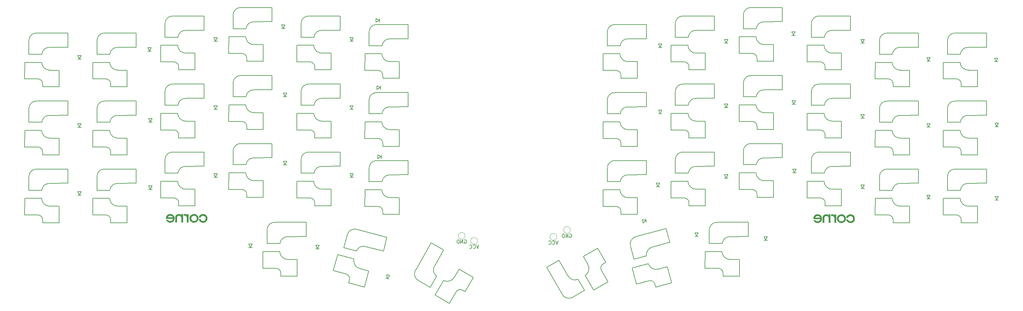
<source format=gbo>
G04 #@! TF.GenerationSoftware,KiCad,Pcbnew,(7.0.0-0)*
G04 #@! TF.CreationDate,2023-03-11T20:23:52-05:00*
G04 #@! TF.ProjectId,corne-ultralight,636f726e-652d-4756-9c74-72616c696768,2.0*
G04 #@! TF.SameCoordinates,Original*
G04 #@! TF.FileFunction,Legend,Bot*
G04 #@! TF.FilePolarity,Positive*
%FSLAX46Y46*%
G04 Gerber Fmt 4.6, Leading zero omitted, Abs format (unit mm)*
G04 Created by KiCad (PCBNEW (7.0.0-0)) date 2023-03-11 20:23:52*
%MOMM*%
%LPD*%
G01*
G04 APERTURE LIST*
%ADD10C,0.150000*%
%ADD11C,0.010000*%
%ADD12C,0.120000*%
G04 APERTURE END LIST*
D10*
X141732432Y-98295380D02*
X141399099Y-99295380D01*
X141399099Y-99295380D02*
X141065766Y-98295380D01*
X140161004Y-99200142D02*
X140208623Y-99247761D01*
X140208623Y-99247761D02*
X140351480Y-99295380D01*
X140351480Y-99295380D02*
X140446718Y-99295380D01*
X140446718Y-99295380D02*
X140589575Y-99247761D01*
X140589575Y-99247761D02*
X140684813Y-99152523D01*
X140684813Y-99152523D02*
X140732432Y-99057285D01*
X140732432Y-99057285D02*
X140780051Y-98866809D01*
X140780051Y-98866809D02*
X140780051Y-98723952D01*
X140780051Y-98723952D02*
X140732432Y-98533476D01*
X140732432Y-98533476D02*
X140684813Y-98438238D01*
X140684813Y-98438238D02*
X140589575Y-98343000D01*
X140589575Y-98343000D02*
X140446718Y-98295380D01*
X140446718Y-98295380D02*
X140351480Y-98295380D01*
X140351480Y-98295380D02*
X140208623Y-98343000D01*
X140208623Y-98343000D02*
X140161004Y-98390619D01*
X139161004Y-99200142D02*
X139208623Y-99247761D01*
X139208623Y-99247761D02*
X139351480Y-99295380D01*
X139351480Y-99295380D02*
X139446718Y-99295380D01*
X139446718Y-99295380D02*
X139589575Y-99247761D01*
X139589575Y-99247761D02*
X139684813Y-99152523D01*
X139684813Y-99152523D02*
X139732432Y-99057285D01*
X139732432Y-99057285D02*
X139780051Y-98866809D01*
X139780051Y-98866809D02*
X139780051Y-98723952D01*
X139780051Y-98723952D02*
X139732432Y-98533476D01*
X139732432Y-98533476D02*
X139684813Y-98438238D01*
X139684813Y-98438238D02*
X139589575Y-98343000D01*
X139589575Y-98343000D02*
X139446718Y-98295380D01*
X139446718Y-98295380D02*
X139351480Y-98295380D01*
X139351480Y-98295380D02*
X139208623Y-98343000D01*
X139208623Y-98343000D02*
X139161004Y-98390619D01*
X163855832Y-97152380D02*
X163522499Y-98152380D01*
X163522499Y-98152380D02*
X163189166Y-97152380D01*
X162284404Y-98057142D02*
X162332023Y-98104761D01*
X162332023Y-98104761D02*
X162474880Y-98152380D01*
X162474880Y-98152380D02*
X162570118Y-98152380D01*
X162570118Y-98152380D02*
X162712975Y-98104761D01*
X162712975Y-98104761D02*
X162808213Y-98009523D01*
X162808213Y-98009523D02*
X162855832Y-97914285D01*
X162855832Y-97914285D02*
X162903451Y-97723809D01*
X162903451Y-97723809D02*
X162903451Y-97580952D01*
X162903451Y-97580952D02*
X162855832Y-97390476D01*
X162855832Y-97390476D02*
X162808213Y-97295238D01*
X162808213Y-97295238D02*
X162712975Y-97200000D01*
X162712975Y-97200000D02*
X162570118Y-97152380D01*
X162570118Y-97152380D02*
X162474880Y-97152380D01*
X162474880Y-97152380D02*
X162332023Y-97200000D01*
X162332023Y-97200000D02*
X162284404Y-97247619D01*
X161284404Y-98057142D02*
X161332023Y-98104761D01*
X161332023Y-98104761D02*
X161474880Y-98152380D01*
X161474880Y-98152380D02*
X161570118Y-98152380D01*
X161570118Y-98152380D02*
X161712975Y-98104761D01*
X161712975Y-98104761D02*
X161808213Y-98009523D01*
X161808213Y-98009523D02*
X161855832Y-97914285D01*
X161855832Y-97914285D02*
X161903451Y-97723809D01*
X161903451Y-97723809D02*
X161903451Y-97580952D01*
X161903451Y-97580952D02*
X161855832Y-97390476D01*
X161855832Y-97390476D02*
X161808213Y-97295238D01*
X161808213Y-97295238D02*
X161712975Y-97200000D01*
X161712975Y-97200000D02*
X161570118Y-97152380D01*
X161570118Y-97152380D02*
X161474880Y-97152380D01*
X161474880Y-97152380D02*
X161332023Y-97200000D01*
X161332023Y-97200000D02*
X161284404Y-97247619D01*
X167094404Y-95295000D02*
X167189642Y-95247380D01*
X167189642Y-95247380D02*
X167332499Y-95247380D01*
X167332499Y-95247380D02*
X167475356Y-95295000D01*
X167475356Y-95295000D02*
X167570594Y-95390238D01*
X167570594Y-95390238D02*
X167618213Y-95485476D01*
X167618213Y-95485476D02*
X167665832Y-95675952D01*
X167665832Y-95675952D02*
X167665832Y-95818809D01*
X167665832Y-95818809D02*
X167618213Y-96009285D01*
X167618213Y-96009285D02*
X167570594Y-96104523D01*
X167570594Y-96104523D02*
X167475356Y-96199761D01*
X167475356Y-96199761D02*
X167332499Y-96247380D01*
X167332499Y-96247380D02*
X167237261Y-96247380D01*
X167237261Y-96247380D02*
X167094404Y-96199761D01*
X167094404Y-96199761D02*
X167046785Y-96152142D01*
X167046785Y-96152142D02*
X167046785Y-95818809D01*
X167046785Y-95818809D02*
X167237261Y-95818809D01*
X166618213Y-96247380D02*
X166618213Y-95247380D01*
X166618213Y-95247380D02*
X166046785Y-96247380D01*
X166046785Y-96247380D02*
X166046785Y-95247380D01*
X165570594Y-96247380D02*
X165570594Y-95247380D01*
X165570594Y-95247380D02*
X165332499Y-95247380D01*
X165332499Y-95247380D02*
X165189642Y-95295000D01*
X165189642Y-95295000D02*
X165094404Y-95390238D01*
X165094404Y-95390238D02*
X165046785Y-95485476D01*
X165046785Y-95485476D02*
X164999166Y-95675952D01*
X164999166Y-95675952D02*
X164999166Y-95818809D01*
X164999166Y-95818809D02*
X165046785Y-96009285D01*
X165046785Y-96009285D02*
X165094404Y-96104523D01*
X165094404Y-96104523D02*
X165189642Y-96199761D01*
X165189642Y-96199761D02*
X165332499Y-96247380D01*
X165332499Y-96247380D02*
X165570594Y-96247380D01*
X137706604Y-96920600D02*
X137801842Y-96872980D01*
X137801842Y-96872980D02*
X137944699Y-96872980D01*
X137944699Y-96872980D02*
X138087556Y-96920600D01*
X138087556Y-96920600D02*
X138182794Y-97015838D01*
X138182794Y-97015838D02*
X138230413Y-97111076D01*
X138230413Y-97111076D02*
X138278032Y-97301552D01*
X138278032Y-97301552D02*
X138278032Y-97444409D01*
X138278032Y-97444409D02*
X138230413Y-97634885D01*
X138230413Y-97634885D02*
X138182794Y-97730123D01*
X138182794Y-97730123D02*
X138087556Y-97825361D01*
X138087556Y-97825361D02*
X137944699Y-97872980D01*
X137944699Y-97872980D02*
X137849461Y-97872980D01*
X137849461Y-97872980D02*
X137706604Y-97825361D01*
X137706604Y-97825361D02*
X137658985Y-97777742D01*
X137658985Y-97777742D02*
X137658985Y-97444409D01*
X137658985Y-97444409D02*
X137849461Y-97444409D01*
X137230413Y-97872980D02*
X137230413Y-96872980D01*
X137230413Y-96872980D02*
X136658985Y-97872980D01*
X136658985Y-97872980D02*
X136658985Y-96872980D01*
X136182794Y-97872980D02*
X136182794Y-96872980D01*
X136182794Y-96872980D02*
X135944699Y-96872980D01*
X135944699Y-96872980D02*
X135801842Y-96920600D01*
X135801842Y-96920600D02*
X135706604Y-97015838D01*
X135706604Y-97015838D02*
X135658985Y-97111076D01*
X135658985Y-97111076D02*
X135611366Y-97301552D01*
X135611366Y-97301552D02*
X135611366Y-97444409D01*
X135611366Y-97444409D02*
X135658985Y-97634885D01*
X135658985Y-97634885D02*
X135706604Y-97730123D01*
X135706604Y-97730123D02*
X135801842Y-97825361D01*
X135801842Y-97825361D02*
X135944699Y-97872980D01*
X135944699Y-97872980D02*
X136182794Y-97872980D01*
X271409847Y-47320432D02*
X271384847Y-51920432D01*
X272584847Y-41070432D02*
X272584847Y-45015432D01*
X272584847Y-45024432D02*
X276194847Y-45024432D01*
X275184847Y-51945432D02*
X271409847Y-51945432D01*
X276109847Y-47295432D02*
X271409847Y-47295432D01*
X276404847Y-53420432D02*
X276404847Y-54120432D01*
X280959847Y-49495432D02*
X278409847Y-49495432D01*
X280959847Y-54145432D02*
X276409847Y-54145432D01*
X280984847Y-49520432D02*
X280984847Y-54120432D01*
X283484847Y-39116432D02*
X274859847Y-39116432D01*
X283484847Y-43024432D02*
X283484847Y-39116432D01*
X283484847Y-43070432D02*
X278434847Y-43116432D01*
X274859847Y-39116433D02*
G75*
G03*
X272595848Y-41000432I-190000J-2073999D01*
G01*
X276404847Y-53370432D02*
G75*
G03*
X275184847Y-51950432I-1320000J100000D01*
G01*
X278459847Y-43120433D02*
G75*
G03*
X276199848Y-45000432I-190000J-2069999D01*
G01*
X276114848Y-47320432D02*
G75*
G03*
X278484847Y-49490431I2269999J100000D01*
G01*
X252409847Y-47320432D02*
X252384847Y-51920432D01*
X253584847Y-41070432D02*
X253584847Y-45015432D01*
X253584847Y-45024432D02*
X257194847Y-45024432D01*
X256184847Y-51945432D02*
X252409847Y-51945432D01*
X257109847Y-47295432D02*
X252409847Y-47295432D01*
X257404847Y-53420432D02*
X257404847Y-54120432D01*
X261959847Y-49495432D02*
X259409847Y-49495432D01*
X261959847Y-54145432D02*
X257409847Y-54145432D01*
X261984847Y-49520432D02*
X261984847Y-54120432D01*
X264484847Y-39116432D02*
X255859847Y-39116432D01*
X264484847Y-43024432D02*
X264484847Y-39116432D01*
X264484847Y-43070432D02*
X259434847Y-43116432D01*
X255859847Y-39116433D02*
G75*
G03*
X253595848Y-41000432I-190000J-2073999D01*
G01*
X257404847Y-53370432D02*
G75*
G03*
X256184847Y-51950432I-1320000J100000D01*
G01*
X259459847Y-43120433D02*
G75*
G03*
X257199848Y-45000432I-190000J-2069999D01*
G01*
X257114848Y-47320432D02*
G75*
G03*
X259484847Y-49490431I2269999J100000D01*
G01*
X233409847Y-42570432D02*
X233384847Y-47170432D01*
X234584847Y-36320432D02*
X234584847Y-40265432D01*
X234584847Y-40274432D02*
X238194847Y-40274432D01*
X237184847Y-47195432D02*
X233409847Y-47195432D01*
X238109847Y-42545432D02*
X233409847Y-42545432D01*
X238404847Y-48670432D02*
X238404847Y-49370432D01*
X242959847Y-44745432D02*
X240409847Y-44745432D01*
X242959847Y-49395432D02*
X238409847Y-49395432D01*
X242984847Y-44770432D02*
X242984847Y-49370432D01*
X245484847Y-34366432D02*
X236859847Y-34366432D01*
X245484847Y-38274432D02*
X245484847Y-34366432D01*
X245484847Y-38320432D02*
X240434847Y-38366432D01*
X236859847Y-34366433D02*
G75*
G03*
X234595848Y-36250432I-190000J-2073999D01*
G01*
X238404847Y-48620432D02*
G75*
G03*
X237184847Y-47200432I-1320000J100000D01*
G01*
X240459847Y-38370433D02*
G75*
G03*
X238199848Y-40250432I-190000J-2069999D01*
G01*
X238114848Y-42570432D02*
G75*
G03*
X240484847Y-44740431I2269999J100000D01*
G01*
X214409847Y-40195432D02*
X214384847Y-44795432D01*
X215584847Y-33945432D02*
X215584847Y-37890432D01*
X215584847Y-37899432D02*
X219194847Y-37899432D01*
X218184847Y-44820432D02*
X214409847Y-44820432D01*
X219109847Y-40170432D02*
X214409847Y-40170432D01*
X219404847Y-46295432D02*
X219404847Y-46995432D01*
X223959847Y-42370432D02*
X221409847Y-42370432D01*
X223959847Y-47020432D02*
X219409847Y-47020432D01*
X223984847Y-42395432D02*
X223984847Y-46995432D01*
X226484847Y-31991432D02*
X217859847Y-31991432D01*
X226484847Y-35899432D02*
X226484847Y-31991432D01*
X226484847Y-35945432D02*
X221434847Y-35991432D01*
X217859847Y-31991433D02*
G75*
G03*
X215595848Y-33875432I-190000J-2073999D01*
G01*
X219404847Y-46245432D02*
G75*
G03*
X218184847Y-44825432I-1320000J100000D01*
G01*
X221459847Y-35995433D02*
G75*
G03*
X219199848Y-37875432I-190000J-2069999D01*
G01*
X219114848Y-40195432D02*
G75*
G03*
X221484847Y-42365431I2269999J100000D01*
G01*
X195409847Y-42570432D02*
X195384847Y-47170432D01*
X196584847Y-36320432D02*
X196584847Y-40265432D01*
X196584847Y-40274432D02*
X200194847Y-40274432D01*
X199184847Y-47195432D02*
X195409847Y-47195432D01*
X200109847Y-42545432D02*
X195409847Y-42545432D01*
X200404847Y-48670432D02*
X200404847Y-49370432D01*
X204959847Y-44745432D02*
X202409847Y-44745432D01*
X204959847Y-49395432D02*
X200409847Y-49395432D01*
X204984847Y-44770432D02*
X204984847Y-49370432D01*
X207484847Y-34366432D02*
X198859847Y-34366432D01*
X207484847Y-38274432D02*
X207484847Y-34366432D01*
X207484847Y-38320432D02*
X202434847Y-38366432D01*
X198859847Y-34366433D02*
G75*
G03*
X196595848Y-36250432I-190000J-2073999D01*
G01*
X200404847Y-48620432D02*
G75*
G03*
X199184847Y-47200432I-1320000J100000D01*
G01*
X202459847Y-38370433D02*
G75*
G03*
X200199848Y-40250432I-190000J-2069999D01*
G01*
X200114848Y-42570432D02*
G75*
G03*
X202484847Y-44740431I2269999J100000D01*
G01*
X176409847Y-44945432D02*
X176384847Y-49545432D01*
X177584847Y-38695432D02*
X177584847Y-42640432D01*
X177584847Y-42649432D02*
X181194847Y-42649432D01*
X180184847Y-49570432D02*
X176409847Y-49570432D01*
X181109847Y-44920432D02*
X176409847Y-44920432D01*
X181404847Y-51045432D02*
X181404847Y-51745432D01*
X185959847Y-47120432D02*
X183409847Y-47120432D01*
X185959847Y-51770432D02*
X181409847Y-51770432D01*
X185984847Y-47145432D02*
X185984847Y-51745432D01*
X188484847Y-36741432D02*
X179859847Y-36741432D01*
X188484847Y-40649432D02*
X188484847Y-36741432D01*
X188484847Y-40695432D02*
X183434847Y-40741432D01*
X179859847Y-36741433D02*
G75*
G03*
X177595848Y-38625432I-190000J-2073999D01*
G01*
X181404847Y-50995432D02*
G75*
G03*
X180184847Y-49575432I-1320000J100000D01*
G01*
X183459847Y-40745433D02*
G75*
G03*
X181199848Y-42625432I-190000J-2069999D01*
G01*
X181114848Y-44945432D02*
G75*
G03*
X183484847Y-47115431I2269999J100000D01*
G01*
X271409847Y-66320432D02*
X271384847Y-70920432D01*
X272584847Y-60070432D02*
X272584847Y-64015432D01*
X272584847Y-64024432D02*
X276194847Y-64024432D01*
X275184847Y-70945432D02*
X271409847Y-70945432D01*
X276109847Y-66295432D02*
X271409847Y-66295432D01*
X276404847Y-72420432D02*
X276404847Y-73120432D01*
X280959847Y-68495432D02*
X278409847Y-68495432D01*
X280959847Y-73145432D02*
X276409847Y-73145432D01*
X280984847Y-68520432D02*
X280984847Y-73120432D01*
X283484847Y-58116432D02*
X274859847Y-58116432D01*
X283484847Y-62024432D02*
X283484847Y-58116432D01*
X283484847Y-62070432D02*
X278434847Y-62116432D01*
X274859847Y-58116433D02*
G75*
G03*
X272595848Y-60000432I-190000J-2073999D01*
G01*
X276404847Y-72370432D02*
G75*
G03*
X275184847Y-70950432I-1320000J100000D01*
G01*
X278459847Y-62120433D02*
G75*
G03*
X276199848Y-64000432I-190000J-2069999D01*
G01*
X276114848Y-66320432D02*
G75*
G03*
X278484847Y-68490431I2269999J100000D01*
G01*
X252409847Y-66320432D02*
X252384847Y-70920432D01*
X253584847Y-60070432D02*
X253584847Y-64015432D01*
X253584847Y-64024432D02*
X257194847Y-64024432D01*
X256184847Y-70945432D02*
X252409847Y-70945432D01*
X257109847Y-66295432D02*
X252409847Y-66295432D01*
X257404847Y-72420432D02*
X257404847Y-73120432D01*
X261959847Y-68495432D02*
X259409847Y-68495432D01*
X261959847Y-73145432D02*
X257409847Y-73145432D01*
X261984847Y-68520432D02*
X261984847Y-73120432D01*
X264484847Y-58116432D02*
X255859847Y-58116432D01*
X264484847Y-62024432D02*
X264484847Y-58116432D01*
X264484847Y-62070432D02*
X259434847Y-62116432D01*
X255859847Y-58116433D02*
G75*
G03*
X253595848Y-60000432I-190000J-2073999D01*
G01*
X257404847Y-72370432D02*
G75*
G03*
X256184847Y-70950432I-1320000J100000D01*
G01*
X259459847Y-62120433D02*
G75*
G03*
X257199848Y-64000432I-190000J-2069999D01*
G01*
X257114848Y-66320432D02*
G75*
G03*
X259484847Y-68490431I2269999J100000D01*
G01*
X233409847Y-61570432D02*
X233384847Y-66170432D01*
X234584847Y-55320432D02*
X234584847Y-59265432D01*
X234584847Y-59274432D02*
X238194847Y-59274432D01*
X237184847Y-66195432D02*
X233409847Y-66195432D01*
X238109847Y-61545432D02*
X233409847Y-61545432D01*
X238404847Y-67670432D02*
X238404847Y-68370432D01*
X242959847Y-63745432D02*
X240409847Y-63745432D01*
X242959847Y-68395432D02*
X238409847Y-68395432D01*
X242984847Y-63770432D02*
X242984847Y-68370432D01*
X245484847Y-53366432D02*
X236859847Y-53366432D01*
X245484847Y-57274432D02*
X245484847Y-53366432D01*
X245484847Y-57320432D02*
X240434847Y-57366432D01*
X236859847Y-53366433D02*
G75*
G03*
X234595848Y-55250432I-190000J-2073999D01*
G01*
X238404847Y-67620432D02*
G75*
G03*
X237184847Y-66200432I-1320000J100000D01*
G01*
X240459847Y-57370433D02*
G75*
G03*
X238199848Y-59250432I-190000J-2069999D01*
G01*
X238114848Y-61570432D02*
G75*
G03*
X240484847Y-63740431I2269999J100000D01*
G01*
X214409847Y-59195432D02*
X214384847Y-63795432D01*
X215584847Y-52945432D02*
X215584847Y-56890432D01*
X215584847Y-56899432D02*
X219194847Y-56899432D01*
X218184847Y-63820432D02*
X214409847Y-63820432D01*
X219109847Y-59170432D02*
X214409847Y-59170432D01*
X219404847Y-65295432D02*
X219404847Y-65995432D01*
X223959847Y-61370432D02*
X221409847Y-61370432D01*
X223959847Y-66020432D02*
X219409847Y-66020432D01*
X223984847Y-61395432D02*
X223984847Y-65995432D01*
X226484847Y-50991432D02*
X217859847Y-50991432D01*
X226484847Y-54899432D02*
X226484847Y-50991432D01*
X226484847Y-54945432D02*
X221434847Y-54991432D01*
X217859847Y-50991433D02*
G75*
G03*
X215595848Y-52875432I-190000J-2073999D01*
G01*
X219404847Y-65245432D02*
G75*
G03*
X218184847Y-63825432I-1320000J100000D01*
G01*
X221459847Y-54995433D02*
G75*
G03*
X219199848Y-56875432I-190000J-2069999D01*
G01*
X219114848Y-59195432D02*
G75*
G03*
X221484847Y-61365431I2269999J100000D01*
G01*
X195409847Y-61570432D02*
X195384847Y-66170432D01*
X196584847Y-55320432D02*
X196584847Y-59265432D01*
X196584847Y-59274432D02*
X200194847Y-59274432D01*
X199184847Y-66195432D02*
X195409847Y-66195432D01*
X200109847Y-61545432D02*
X195409847Y-61545432D01*
X200404847Y-67670432D02*
X200404847Y-68370432D01*
X204959847Y-63745432D02*
X202409847Y-63745432D01*
X204959847Y-68395432D02*
X200409847Y-68395432D01*
X204984847Y-63770432D02*
X204984847Y-68370432D01*
X207484847Y-53366432D02*
X198859847Y-53366432D01*
X207484847Y-57274432D02*
X207484847Y-53366432D01*
X207484847Y-57320432D02*
X202434847Y-57366432D01*
X198859847Y-53366433D02*
G75*
G03*
X196595848Y-55250432I-190000J-2073999D01*
G01*
X200404847Y-67620432D02*
G75*
G03*
X199184847Y-66200432I-1320000J100000D01*
G01*
X202459847Y-57370433D02*
G75*
G03*
X200199848Y-59250432I-190000J-2069999D01*
G01*
X200114848Y-61570432D02*
G75*
G03*
X202484847Y-63740431I2269999J100000D01*
G01*
X176409847Y-63945432D02*
X176384847Y-68545432D01*
X177584847Y-57695432D02*
X177584847Y-61640432D01*
X177584847Y-61649432D02*
X181194847Y-61649432D01*
X180184847Y-68570432D02*
X176409847Y-68570432D01*
X181109847Y-63920432D02*
X176409847Y-63920432D01*
X181404847Y-70045432D02*
X181404847Y-70745432D01*
X185959847Y-66120432D02*
X183409847Y-66120432D01*
X185959847Y-70770432D02*
X181409847Y-70770432D01*
X185984847Y-66145432D02*
X185984847Y-70745432D01*
X188484847Y-55741432D02*
X179859847Y-55741432D01*
X188484847Y-59649432D02*
X188484847Y-55741432D01*
X188484847Y-59695432D02*
X183434847Y-59741432D01*
X179859847Y-55741433D02*
G75*
G03*
X177595848Y-57625432I-190000J-2073999D01*
G01*
X181404847Y-69995432D02*
G75*
G03*
X180184847Y-68575432I-1320000J100000D01*
G01*
X183459847Y-59745433D02*
G75*
G03*
X181199848Y-61625432I-190000J-2069999D01*
G01*
X181114848Y-63945432D02*
G75*
G03*
X183484847Y-66115431I2269999J100000D01*
G01*
X271409847Y-85320432D02*
X271384847Y-89920432D01*
X272584847Y-79070432D02*
X272584847Y-83015432D01*
X272584847Y-83024432D02*
X276194847Y-83024432D01*
X275184847Y-89945432D02*
X271409847Y-89945432D01*
X276109847Y-85295432D02*
X271409847Y-85295432D01*
X276404847Y-91420432D02*
X276404847Y-92120432D01*
X280959847Y-87495432D02*
X278409847Y-87495432D01*
X280959847Y-92145432D02*
X276409847Y-92145432D01*
X280984847Y-87520432D02*
X280984847Y-92120432D01*
X283484847Y-77116432D02*
X274859847Y-77116432D01*
X283484847Y-81024432D02*
X283484847Y-77116432D01*
X283484847Y-81070432D02*
X278434847Y-81116432D01*
X274859847Y-77116433D02*
G75*
G03*
X272595848Y-79000432I-190000J-2073999D01*
G01*
X276404847Y-91370432D02*
G75*
G03*
X275184847Y-89950432I-1320000J100000D01*
G01*
X278459847Y-81120433D02*
G75*
G03*
X276199848Y-83000432I-190000J-2069999D01*
G01*
X276114848Y-85320432D02*
G75*
G03*
X278484847Y-87490431I2269999J100000D01*
G01*
X252409847Y-85320432D02*
X252384847Y-89920432D01*
X253584847Y-79070432D02*
X253584847Y-83015432D01*
X253584847Y-83024432D02*
X257194847Y-83024432D01*
X256184847Y-89945432D02*
X252409847Y-89945432D01*
X257109847Y-85295432D02*
X252409847Y-85295432D01*
X257404847Y-91420432D02*
X257404847Y-92120432D01*
X261959847Y-87495432D02*
X259409847Y-87495432D01*
X261959847Y-92145432D02*
X257409847Y-92145432D01*
X261984847Y-87520432D02*
X261984847Y-92120432D01*
X264484847Y-77116432D02*
X255859847Y-77116432D01*
X264484847Y-81024432D02*
X264484847Y-77116432D01*
X264484847Y-81070432D02*
X259434847Y-81116432D01*
X255859847Y-77116433D02*
G75*
G03*
X253595848Y-79000432I-190000J-2073999D01*
G01*
X257404847Y-91370432D02*
G75*
G03*
X256184847Y-89950432I-1320000J100000D01*
G01*
X259459847Y-81120433D02*
G75*
G03*
X257199848Y-83000432I-190000J-2069999D01*
G01*
X257114848Y-85320432D02*
G75*
G03*
X259484847Y-87490431I2269999J100000D01*
G01*
X233409847Y-80570432D02*
X233384847Y-85170432D01*
X234584847Y-74320432D02*
X234584847Y-78265432D01*
X234584847Y-78274432D02*
X238194847Y-78274432D01*
X237184847Y-85195432D02*
X233409847Y-85195432D01*
X238109847Y-80545432D02*
X233409847Y-80545432D01*
X238404847Y-86670432D02*
X238404847Y-87370432D01*
X242959847Y-82745432D02*
X240409847Y-82745432D01*
X242959847Y-87395432D02*
X238409847Y-87395432D01*
X242984847Y-82770432D02*
X242984847Y-87370432D01*
X245484847Y-72366432D02*
X236859847Y-72366432D01*
X245484847Y-76274432D02*
X245484847Y-72366432D01*
X245484847Y-76320432D02*
X240434847Y-76366432D01*
X236859847Y-72366433D02*
G75*
G03*
X234595848Y-74250432I-190000J-2073999D01*
G01*
X238404847Y-86620432D02*
G75*
G03*
X237184847Y-85200432I-1320000J100000D01*
G01*
X240459847Y-76370433D02*
G75*
G03*
X238199848Y-78250432I-190000J-2069999D01*
G01*
X238114848Y-80570432D02*
G75*
G03*
X240484847Y-82740431I2269999J100000D01*
G01*
X214409847Y-78195432D02*
X214384847Y-82795432D01*
X215584847Y-71945432D02*
X215584847Y-75890432D01*
X215584847Y-75899432D02*
X219194847Y-75899432D01*
X218184847Y-82820432D02*
X214409847Y-82820432D01*
X219109847Y-78170432D02*
X214409847Y-78170432D01*
X219404847Y-84295432D02*
X219404847Y-84995432D01*
X223959847Y-80370432D02*
X221409847Y-80370432D01*
X223959847Y-85020432D02*
X219409847Y-85020432D01*
X223984847Y-80395432D02*
X223984847Y-84995432D01*
X226484847Y-69991432D02*
X217859847Y-69991432D01*
X226484847Y-73899432D02*
X226484847Y-69991432D01*
X226484847Y-73945432D02*
X221434847Y-73991432D01*
X217859847Y-69991433D02*
G75*
G03*
X215595848Y-71875432I-190000J-2073999D01*
G01*
X219404847Y-84245432D02*
G75*
G03*
X218184847Y-82825432I-1320000J100000D01*
G01*
X221459847Y-73995433D02*
G75*
G03*
X219199848Y-75875432I-190000J-2069999D01*
G01*
X219114848Y-78195432D02*
G75*
G03*
X221484847Y-80365431I2269999J100000D01*
G01*
X195409847Y-80570432D02*
X195384847Y-85170432D01*
X196584847Y-74320432D02*
X196584847Y-78265432D01*
X196584847Y-78274432D02*
X200194847Y-78274432D01*
X199184847Y-85195432D02*
X195409847Y-85195432D01*
X200109847Y-80545432D02*
X195409847Y-80545432D01*
X200404847Y-86670432D02*
X200404847Y-87370432D01*
X204959847Y-82745432D02*
X202409847Y-82745432D01*
X204959847Y-87395432D02*
X200409847Y-87395432D01*
X204984847Y-82770432D02*
X204984847Y-87370432D01*
X207484847Y-72366432D02*
X198859847Y-72366432D01*
X207484847Y-76274432D02*
X207484847Y-72366432D01*
X207484847Y-76320432D02*
X202434847Y-76366432D01*
X198859847Y-72366433D02*
G75*
G03*
X196595848Y-74250432I-190000J-2073999D01*
G01*
X200404847Y-86620432D02*
G75*
G03*
X199184847Y-85200432I-1320000J100000D01*
G01*
X202459847Y-76370433D02*
G75*
G03*
X200199848Y-78250432I-190000J-2069999D01*
G01*
X200114848Y-80570432D02*
G75*
G03*
X202484847Y-82740431I2269999J100000D01*
G01*
X204909847Y-100195432D02*
X204884847Y-104795432D01*
X206084847Y-93945432D02*
X206084847Y-97890432D01*
X206084847Y-97899432D02*
X209694847Y-97899432D01*
X208684847Y-104820432D02*
X204909847Y-104820432D01*
X209609847Y-100170432D02*
X204909847Y-100170432D01*
X209904847Y-106295432D02*
X209904847Y-106995432D01*
X214459847Y-102370432D02*
X211909847Y-102370432D01*
X214459847Y-107020432D02*
X209909847Y-107020432D01*
X214484847Y-102395432D02*
X214484847Y-106995432D01*
X216984847Y-91991432D02*
X208359847Y-91991432D01*
X216984847Y-95899432D02*
X216984847Y-91991432D01*
X216984847Y-95945432D02*
X211934847Y-95991432D01*
X208359847Y-91991433D02*
G75*
G03*
X206095848Y-93875432I-190000J-2073999D01*
G01*
X209904847Y-106245432D02*
G75*
G03*
X208684847Y-104825432I-1320000J100000D01*
G01*
X211959847Y-95995433D02*
G75*
G03*
X209699848Y-97875432I-190000J-2069999D01*
G01*
X209614848Y-100195432D02*
G75*
G03*
X211984847Y-102365431I2269999J100000D01*
G01*
X184520083Y-104780637D02*
X185686503Y-109230366D01*
X184037427Y-98439488D02*
X185058468Y-102250065D01*
X185060798Y-102258759D02*
X188547790Y-101324422D01*
X189363491Y-108271002D02*
X185717121Y-109248044D01*
X189053464Y-103540039D02*
X184513613Y-104756489D01*
X190923679Y-109379983D02*
X191104852Y-110056131D01*
X194307606Y-104409804D02*
X191844495Y-105069792D01*
X195511115Y-108901359D02*
X191116152Y-110078985D01*
X194338225Y-104427481D02*
X195528793Y-108870740D01*
X194060286Y-93730941D02*
X185729176Y-95963256D01*
X195071751Y-97505779D02*
X194060286Y-93730941D01*
X195083657Y-97550212D02*
X190217637Y-98901681D01*
X185729176Y-95963255D02*
G75*
G03*
X184029935Y-98369026I353265J-2052506D01*
G01*
X190910738Y-109331687D02*
G75*
G03*
X189364785Y-108275832I-1300904J-245048D01*
G01*
X190242820Y-98899075D02*
G75*
G03*
X188546409Y-101299946I352230J-2048641D01*
G01*
X189064765Y-103562893D02*
G75*
G03*
X191915646Y-105045550I2166769J684112D01*
G01*
X176409847Y-82945432D02*
X176384847Y-87545432D01*
X177584847Y-76695432D02*
X177584847Y-80640432D01*
X177584847Y-80649432D02*
X181194847Y-80649432D01*
X180184847Y-87570432D02*
X176409847Y-87570432D01*
X181109847Y-82920432D02*
X176409847Y-82920432D01*
X181404847Y-89045432D02*
X181404847Y-89745432D01*
X185959847Y-85120432D02*
X183409847Y-85120432D01*
X185959847Y-89770432D02*
X181409847Y-89770432D01*
X185984847Y-85145432D02*
X185984847Y-89745432D01*
X188484847Y-74741432D02*
X179859847Y-74741432D01*
X188484847Y-78649432D02*
X188484847Y-74741432D01*
X188484847Y-78695432D02*
X183434847Y-78741432D01*
X179859847Y-74741433D02*
G75*
G03*
X177595848Y-76625432I-190000J-2073999D01*
G01*
X181404847Y-88995432D02*
G75*
G03*
X180184847Y-87575432I-1320000J100000D01*
G01*
X183459847Y-78745433D02*
G75*
G03*
X181199848Y-80625432I-190000J-2069999D01*
G01*
X181114848Y-82945432D02*
G75*
G03*
X183484847Y-85115431I2269999J100000D01*
G01*
X109912500Y-44945000D02*
X109887500Y-49545000D01*
X111087500Y-38695000D02*
X111087500Y-42640000D01*
X111087500Y-42649000D02*
X114697500Y-42649000D01*
X113687500Y-49570000D02*
X109912500Y-49570000D01*
X114612500Y-44920000D02*
X109912500Y-44920000D01*
X114907500Y-51045000D02*
X114907500Y-51745000D01*
X119462500Y-47120000D02*
X116912500Y-47120000D01*
X119462500Y-51770000D02*
X114912500Y-51770000D01*
X119487500Y-47145000D02*
X119487500Y-51745000D01*
X121987500Y-36741000D02*
X113362500Y-36741000D01*
X121987500Y-40649000D02*
X121987500Y-36741000D01*
X121987500Y-40695000D02*
X116937500Y-40741000D01*
X113362500Y-36741001D02*
G75*
G03*
X111098501Y-38625000I-190000J-2073999D01*
G01*
X114907500Y-50995000D02*
G75*
G03*
X113687500Y-49575000I-1320000J100000D01*
G01*
X116962500Y-40745001D02*
G75*
G03*
X114702501Y-42625000I-190000J-2069999D01*
G01*
X114617501Y-44945000D02*
G75*
G03*
X116987500Y-47114999I2269999J100000D01*
G01*
X90912500Y-42570000D02*
X90887500Y-47170000D01*
X92087500Y-36320000D02*
X92087500Y-40265000D01*
X92087500Y-40274000D02*
X95697500Y-40274000D01*
X94687500Y-47195000D02*
X90912500Y-47195000D01*
X95612500Y-42545000D02*
X90912500Y-42545000D01*
X95907500Y-48670000D02*
X95907500Y-49370000D01*
X100462500Y-44745000D02*
X97912500Y-44745000D01*
X100462500Y-49395000D02*
X95912500Y-49395000D01*
X100487500Y-44770000D02*
X100487500Y-49370000D01*
X102987500Y-34366000D02*
X94362500Y-34366000D01*
X102987500Y-38274000D02*
X102987500Y-34366000D01*
X102987500Y-38320000D02*
X97937500Y-38366000D01*
X94362500Y-34366001D02*
G75*
G03*
X92098501Y-36250000I-190000J-2073999D01*
G01*
X95907500Y-48620000D02*
G75*
G03*
X94687500Y-47200000I-1320000J100000D01*
G01*
X97962500Y-38370001D02*
G75*
G03*
X95702501Y-40250000I-190000J-2069999D01*
G01*
X95617501Y-42570000D02*
G75*
G03*
X97987500Y-44739999I2269999J100000D01*
G01*
X71912500Y-40195000D02*
X71887500Y-44795000D01*
X73087500Y-33945000D02*
X73087500Y-37890000D01*
X73087500Y-37899000D02*
X76697500Y-37899000D01*
X75687500Y-44820000D02*
X71912500Y-44820000D01*
X76612500Y-40170000D02*
X71912500Y-40170000D01*
X76907500Y-46295000D02*
X76907500Y-46995000D01*
X81462500Y-42370000D02*
X78912500Y-42370000D01*
X81462500Y-47020000D02*
X76912500Y-47020000D01*
X81487500Y-42395000D02*
X81487500Y-46995000D01*
X83987500Y-31991000D02*
X75362500Y-31991000D01*
X83987500Y-35899000D02*
X83987500Y-31991000D01*
X83987500Y-35945000D02*
X78937500Y-35991000D01*
X75362500Y-31991001D02*
G75*
G03*
X73098501Y-33875000I-190000J-2073999D01*
G01*
X76907500Y-46245000D02*
G75*
G03*
X75687500Y-44825000I-1320000J100000D01*
G01*
X78962500Y-35995001D02*
G75*
G03*
X76702501Y-37875000I-190000J-2069999D01*
G01*
X76617501Y-40195000D02*
G75*
G03*
X78987500Y-42364999I2269999J100000D01*
G01*
X52912500Y-42570000D02*
X52887500Y-47170000D01*
X54087500Y-36320000D02*
X54087500Y-40265000D01*
X54087500Y-40274000D02*
X57697500Y-40274000D01*
X56687500Y-47195000D02*
X52912500Y-47195000D01*
X57612500Y-42545000D02*
X52912500Y-42545000D01*
X57907500Y-48670000D02*
X57907500Y-49370000D01*
X62462500Y-44745000D02*
X59912500Y-44745000D01*
X62462500Y-49395000D02*
X57912500Y-49395000D01*
X62487500Y-44770000D02*
X62487500Y-49370000D01*
X64987500Y-34366000D02*
X56362500Y-34366000D01*
X64987500Y-38274000D02*
X64987500Y-34366000D01*
X64987500Y-38320000D02*
X59937500Y-38366000D01*
X56362500Y-34366001D02*
G75*
G03*
X54098501Y-36250000I-190000J-2073999D01*
G01*
X57907500Y-48620000D02*
G75*
G03*
X56687500Y-47200000I-1320000J100000D01*
G01*
X59962500Y-38370001D02*
G75*
G03*
X57702501Y-40250000I-190000J-2069999D01*
G01*
X57617501Y-42570000D02*
G75*
G03*
X59987500Y-44739999I2269999J100000D01*
G01*
X33912500Y-47320000D02*
X33887500Y-51920000D01*
X35087500Y-41070000D02*
X35087500Y-45015000D01*
X35087500Y-45024000D02*
X38697500Y-45024000D01*
X37687500Y-51945000D02*
X33912500Y-51945000D01*
X38612500Y-47295000D02*
X33912500Y-47295000D01*
X38907500Y-53420000D02*
X38907500Y-54120000D01*
X43462500Y-49495000D02*
X40912500Y-49495000D01*
X43462500Y-54145000D02*
X38912500Y-54145000D01*
X43487500Y-49520000D02*
X43487500Y-54120000D01*
X45987500Y-39116000D02*
X37362500Y-39116000D01*
X45987500Y-43024000D02*
X45987500Y-39116000D01*
X45987500Y-43070000D02*
X40937500Y-43116000D01*
X37362500Y-39116001D02*
G75*
G03*
X35098501Y-41000000I-190000J-2073999D01*
G01*
X38907500Y-53370000D02*
G75*
G03*
X37687500Y-51950000I-1320000J100000D01*
G01*
X40962500Y-43120001D02*
G75*
G03*
X38702501Y-45000000I-190000J-2069999D01*
G01*
X38617501Y-47320000D02*
G75*
G03*
X40987500Y-49489999I2269999J100000D01*
G01*
X109912500Y-82945000D02*
X109887500Y-87545000D01*
X111087500Y-76695000D02*
X111087500Y-80640000D01*
X111087500Y-80649000D02*
X114697500Y-80649000D01*
X113687500Y-87570000D02*
X109912500Y-87570000D01*
X114612500Y-82920000D02*
X109912500Y-82920000D01*
X114907500Y-89045000D02*
X114907500Y-89745000D01*
X119462500Y-85120000D02*
X116912500Y-85120000D01*
X119462500Y-89770000D02*
X114912500Y-89770000D01*
X119487500Y-85145000D02*
X119487500Y-89745000D01*
X121987500Y-74741000D02*
X113362500Y-74741000D01*
X121987500Y-78649000D02*
X121987500Y-74741000D01*
X121987500Y-78695000D02*
X116937500Y-78741000D01*
X113362500Y-74741001D02*
G75*
G03*
X111098501Y-76625000I-190000J-2073999D01*
G01*
X114907500Y-88995000D02*
G75*
G03*
X113687500Y-87575000I-1320000J100000D01*
G01*
X116962500Y-78745001D02*
G75*
G03*
X114702501Y-80625000I-190000J-2069999D01*
G01*
X114617501Y-82945000D02*
G75*
G03*
X116987500Y-85114999I2269999J100000D01*
G01*
X128445063Y-97736078D02*
X124132563Y-105205547D01*
X124687277Y-108152755D02*
X128103747Y-110125255D01*
X131829490Y-99690078D02*
X128445063Y-97736078D01*
X131869328Y-99713078D02*
X129384165Y-104109506D01*
X128111541Y-110129755D02*
X129916541Y-107003403D01*
X131840785Y-108212515D02*
X129490785Y-112282835D01*
X129512436Y-112295335D02*
X133483652Y-114616985D01*
X136171041Y-105112292D02*
X134896041Y-107320657D01*
X136205191Y-105103142D02*
X140188908Y-107403142D01*
X135405303Y-111338589D02*
X133517803Y-114607835D01*
X137292691Y-111019538D02*
X137898908Y-111369538D01*
X140198059Y-107437292D02*
X137923059Y-111377708D01*
X124132563Y-105205547D02*
G75*
G03*
X124632155Y-108108229I1701137J-1201545D01*
G01*
X129400129Y-104089856D02*
G75*
G03*
X129898255Y-106987072I1697672J-1199545D01*
G01*
X131864936Y-108220685D02*
G75*
G03*
X134929210Y-107253205I1048397J2015877D01*
G01*
X137249389Y-110994537D02*
G75*
G03*
X135409633Y-111341089I-746602J-1093154D01*
G01*
X14912500Y-85320000D02*
X14887500Y-89920000D01*
X16087500Y-79070000D02*
X16087500Y-83015000D01*
X16087500Y-83024000D02*
X19697500Y-83024000D01*
X18687500Y-89945000D02*
X14912500Y-89945000D01*
X19612500Y-85295000D02*
X14912500Y-85295000D01*
X19907500Y-91420000D02*
X19907500Y-92120000D01*
X24462500Y-87495000D02*
X21912500Y-87495000D01*
X24462500Y-92145000D02*
X19912500Y-92145000D01*
X24487500Y-87520000D02*
X24487500Y-92120000D01*
X26987500Y-77116000D02*
X18362500Y-77116000D01*
X26987500Y-81024000D02*
X26987500Y-77116000D01*
X26987500Y-81070000D02*
X21937500Y-81116000D01*
X18362500Y-77116001D02*
G75*
G03*
X16098501Y-79000000I-190000J-2073999D01*
G01*
X19907500Y-91370000D02*
G75*
G03*
X18687500Y-89950000I-1320000J100000D01*
G01*
X21962500Y-81120001D02*
G75*
G03*
X19702501Y-83000000I-190000J-2069999D01*
G01*
X19617501Y-85320000D02*
G75*
G03*
X21987500Y-87489999I2269999J100000D01*
G01*
X102298043Y-101014388D02*
X101083327Y-105451176D01*
X105050625Y-95281464D02*
X104029584Y-99092041D01*
X104027254Y-99100734D02*
X107514247Y-100035071D01*
X104747375Y-106458836D02*
X101101005Y-105481795D01*
X106844365Y-102206689D02*
X102304513Y-100990239D01*
X105544046Y-108199336D02*
X105362873Y-108875484D01*
X110959703Y-105586998D02*
X108496592Y-104927010D01*
X109756195Y-110078553D02*
X105361232Y-108900927D01*
X110977381Y-105617617D02*
X109786813Y-110060876D01*
X116084949Y-96215172D02*
X107753838Y-93982858D01*
X115073484Y-99990010D02*
X116084949Y-96215172D01*
X115061578Y-100034443D02*
X110171747Y-98771839D01*
X107753838Y-93982857D02*
G75*
G03*
X105079367Y-95216696I-720316J-1954155D01*
G01*
X105556987Y-108151040D02*
G75*
G03*
X104746081Y-106463666I-1249140J438234D01*
G01*
X110194860Y-98782174D02*
G75*
G03*
X107525289Y-100013183I-719281J-1950290D01*
G01*
X106842725Y-102232131D02*
G75*
G03*
X108570331Y-104941590I2218532J-490927D01*
G01*
X81412500Y-100195000D02*
X81387500Y-104795000D01*
X82587500Y-93945000D02*
X82587500Y-97890000D01*
X82587500Y-97899000D02*
X86197500Y-97899000D01*
X85187500Y-104820000D02*
X81412500Y-104820000D01*
X86112500Y-100170000D02*
X81412500Y-100170000D01*
X86407500Y-106295000D02*
X86407500Y-106995000D01*
X90962500Y-102370000D02*
X88412500Y-102370000D01*
X90962500Y-107020000D02*
X86412500Y-107020000D01*
X90987500Y-102395000D02*
X90987500Y-106995000D01*
X93487500Y-91991000D02*
X84862500Y-91991000D01*
X93487500Y-95899000D02*
X93487500Y-91991000D01*
X93487500Y-95945000D02*
X88437500Y-95991000D01*
X84862500Y-91991001D02*
G75*
G03*
X82598501Y-93875000I-190000J-2073999D01*
G01*
X86407500Y-106245000D02*
G75*
G03*
X85187500Y-104825000I-1320000J100000D01*
G01*
X88462500Y-95995001D02*
G75*
G03*
X86202501Y-97875000I-190000J-2069999D01*
G01*
X86117501Y-100195000D02*
G75*
G03*
X88487500Y-102364999I2269999J100000D01*
G01*
X90912500Y-80570000D02*
X90887500Y-85170000D01*
X92087500Y-74320000D02*
X92087500Y-78265000D01*
X92087500Y-78274000D02*
X95697500Y-78274000D01*
X94687500Y-85195000D02*
X90912500Y-85195000D01*
X95612500Y-80545000D02*
X90912500Y-80545000D01*
X95907500Y-86670000D02*
X95907500Y-87370000D01*
X100462500Y-82745000D02*
X97912500Y-82745000D01*
X100462500Y-87395000D02*
X95912500Y-87395000D01*
X100487500Y-82770000D02*
X100487500Y-87370000D01*
X102987500Y-72366000D02*
X94362500Y-72366000D01*
X102987500Y-76274000D02*
X102987500Y-72366000D01*
X102987500Y-76320000D02*
X97937500Y-76366000D01*
X94362500Y-72366001D02*
G75*
G03*
X92098501Y-74250000I-190000J-2073999D01*
G01*
X95907500Y-86620000D02*
G75*
G03*
X94687500Y-85200000I-1320000J100000D01*
G01*
X97962500Y-76370001D02*
G75*
G03*
X95702501Y-78250000I-190000J-2069999D01*
G01*
X95617501Y-80570000D02*
G75*
G03*
X97987500Y-82739999I2269999J100000D01*
G01*
X71912500Y-78195000D02*
X71887500Y-82795000D01*
X73087500Y-71945000D02*
X73087500Y-75890000D01*
X73087500Y-75899000D02*
X76697500Y-75899000D01*
X75687500Y-82820000D02*
X71912500Y-82820000D01*
X76612500Y-78170000D02*
X71912500Y-78170000D01*
X76907500Y-84295000D02*
X76907500Y-84995000D01*
X81462500Y-80370000D02*
X78912500Y-80370000D01*
X81462500Y-85020000D02*
X76912500Y-85020000D01*
X81487500Y-80395000D02*
X81487500Y-84995000D01*
X83987500Y-69991000D02*
X75362500Y-69991000D01*
X83987500Y-73899000D02*
X83987500Y-69991000D01*
X83987500Y-73945000D02*
X78937500Y-73991000D01*
X75362500Y-69991001D02*
G75*
G03*
X73098501Y-71875000I-190000J-2073999D01*
G01*
X76907500Y-84245000D02*
G75*
G03*
X75687500Y-82825000I-1320000J100000D01*
G01*
X78962500Y-73995001D02*
G75*
G03*
X76702501Y-75875000I-190000J-2069999D01*
G01*
X76617501Y-78195000D02*
G75*
G03*
X78987500Y-80364999I2269999J100000D01*
G01*
X52912500Y-80570000D02*
X52887500Y-85170000D01*
X54087500Y-74320000D02*
X54087500Y-78265000D01*
X54087500Y-78274000D02*
X57697500Y-78274000D01*
X56687500Y-85195000D02*
X52912500Y-85195000D01*
X57612500Y-80545000D02*
X52912500Y-80545000D01*
X57907500Y-86670000D02*
X57907500Y-87370000D01*
X62462500Y-82745000D02*
X59912500Y-82745000D01*
X62462500Y-87395000D02*
X57912500Y-87395000D01*
X62487500Y-82770000D02*
X62487500Y-87370000D01*
X64987500Y-72366000D02*
X56362500Y-72366000D01*
X64987500Y-76274000D02*
X64987500Y-72366000D01*
X64987500Y-76320000D02*
X59937500Y-76366000D01*
X56362500Y-72366001D02*
G75*
G03*
X54098501Y-74250000I-190000J-2073999D01*
G01*
X57907500Y-86620000D02*
G75*
G03*
X56687500Y-85200000I-1320000J100000D01*
G01*
X59962500Y-76370001D02*
G75*
G03*
X57702501Y-78250000I-190000J-2069999D01*
G01*
X57617501Y-80570000D02*
G75*
G03*
X59987500Y-82739999I2269999J100000D01*
G01*
X33912500Y-85320000D02*
X33887500Y-89920000D01*
X35087500Y-79070000D02*
X35087500Y-83015000D01*
X35087500Y-83024000D02*
X38697500Y-83024000D01*
X37687500Y-89945000D02*
X33912500Y-89945000D01*
X38612500Y-85295000D02*
X33912500Y-85295000D01*
X38907500Y-91420000D02*
X38907500Y-92120000D01*
X43462500Y-87495000D02*
X40912500Y-87495000D01*
X43462500Y-92145000D02*
X38912500Y-92145000D01*
X43487500Y-87520000D02*
X43487500Y-92120000D01*
X45987500Y-77116000D02*
X37362500Y-77116000D01*
X45987500Y-81024000D02*
X45987500Y-77116000D01*
X45987500Y-81070000D02*
X40937500Y-81116000D01*
X37362500Y-77116001D02*
G75*
G03*
X35098501Y-79000000I-190000J-2073999D01*
G01*
X38907500Y-91370000D02*
G75*
G03*
X37687500Y-89950000I-1320000J100000D01*
G01*
X40962500Y-81120001D02*
G75*
G03*
X38702501Y-83000000I-190000J-2069999D01*
G01*
X38617501Y-85320000D02*
G75*
G03*
X40987500Y-87489999I2269999J100000D01*
G01*
X109912500Y-63945000D02*
X109887500Y-68545000D01*
X111087500Y-57695000D02*
X111087500Y-61640000D01*
X111087500Y-61649000D02*
X114697500Y-61649000D01*
X113687500Y-68570000D02*
X109912500Y-68570000D01*
X114612500Y-63920000D02*
X109912500Y-63920000D01*
X114907500Y-70045000D02*
X114907500Y-70745000D01*
X119462500Y-66120000D02*
X116912500Y-66120000D01*
X119462500Y-70770000D02*
X114912500Y-70770000D01*
X119487500Y-66145000D02*
X119487500Y-70745000D01*
X121987500Y-55741000D02*
X113362500Y-55741000D01*
X121987500Y-59649000D02*
X121987500Y-55741000D01*
X121987500Y-59695000D02*
X116937500Y-59741000D01*
X113362500Y-55741001D02*
G75*
G03*
X111098501Y-57625000I-190000J-2073999D01*
G01*
X114907500Y-69995000D02*
G75*
G03*
X113687500Y-68575000I-1320000J100000D01*
G01*
X116962500Y-59745001D02*
G75*
G03*
X114702501Y-61625000I-190000J-2069999D01*
G01*
X114617501Y-63945000D02*
G75*
G03*
X116987500Y-66114999I2269999J100000D01*
G01*
X90912500Y-61570000D02*
X90887500Y-66170000D01*
X92087500Y-55320000D02*
X92087500Y-59265000D01*
X92087500Y-59274000D02*
X95697500Y-59274000D01*
X94687500Y-66195000D02*
X90912500Y-66195000D01*
X95612500Y-61545000D02*
X90912500Y-61545000D01*
X95907500Y-67670000D02*
X95907500Y-68370000D01*
X100462500Y-63745000D02*
X97912500Y-63745000D01*
X100462500Y-68395000D02*
X95912500Y-68395000D01*
X100487500Y-63770000D02*
X100487500Y-68370000D01*
X102987500Y-53366000D02*
X94362500Y-53366000D01*
X102987500Y-57274000D02*
X102987500Y-53366000D01*
X102987500Y-57320000D02*
X97937500Y-57366000D01*
X94362500Y-53366001D02*
G75*
G03*
X92098501Y-55250000I-190000J-2073999D01*
G01*
X95907500Y-67620000D02*
G75*
G03*
X94687500Y-66200000I-1320000J100000D01*
G01*
X97962500Y-57370001D02*
G75*
G03*
X95702501Y-59250000I-190000J-2069999D01*
G01*
X95617501Y-61570000D02*
G75*
G03*
X97987500Y-63739999I2269999J100000D01*
G01*
X71912500Y-59195000D02*
X71887500Y-63795000D01*
X73087500Y-52945000D02*
X73087500Y-56890000D01*
X73087500Y-56899000D02*
X76697500Y-56899000D01*
X75687500Y-63820000D02*
X71912500Y-63820000D01*
X76612500Y-59170000D02*
X71912500Y-59170000D01*
X76907500Y-65295000D02*
X76907500Y-65995000D01*
X81462500Y-61370000D02*
X78912500Y-61370000D01*
X81462500Y-66020000D02*
X76912500Y-66020000D01*
X81487500Y-61395000D02*
X81487500Y-65995000D01*
X83987500Y-50991000D02*
X75362500Y-50991000D01*
X83987500Y-54899000D02*
X83987500Y-50991000D01*
X83987500Y-54945000D02*
X78937500Y-54991000D01*
X75362500Y-50991001D02*
G75*
G03*
X73098501Y-52875000I-190000J-2073999D01*
G01*
X76907500Y-65245000D02*
G75*
G03*
X75687500Y-63825000I-1320000J100000D01*
G01*
X78962500Y-54995001D02*
G75*
G03*
X76702501Y-56875000I-190000J-2069999D01*
G01*
X76617501Y-59195000D02*
G75*
G03*
X78987500Y-61364999I2269999J100000D01*
G01*
X52912500Y-61570000D02*
X52887500Y-66170000D01*
X54087500Y-55320000D02*
X54087500Y-59265000D01*
X54087500Y-59274000D02*
X57697500Y-59274000D01*
X56687500Y-66195000D02*
X52912500Y-66195000D01*
X57612500Y-61545000D02*
X52912500Y-61545000D01*
X57907500Y-67670000D02*
X57907500Y-68370000D01*
X62462500Y-63745000D02*
X59912500Y-63745000D01*
X62462500Y-68395000D02*
X57912500Y-68395000D01*
X62487500Y-63770000D02*
X62487500Y-68370000D01*
X64987500Y-53366000D02*
X56362500Y-53366000D01*
X64987500Y-57274000D02*
X64987500Y-53366000D01*
X64987500Y-57320000D02*
X59937500Y-57366000D01*
X56362500Y-53366001D02*
G75*
G03*
X54098501Y-55250000I-190000J-2073999D01*
G01*
X57907500Y-67620000D02*
G75*
G03*
X56687500Y-66200000I-1320000J100000D01*
G01*
X59962500Y-57370001D02*
G75*
G03*
X57702501Y-59250000I-190000J-2069999D01*
G01*
X57617501Y-61570000D02*
G75*
G03*
X59987500Y-63739999I2269999J100000D01*
G01*
X33912500Y-66320000D02*
X33887500Y-70920000D01*
X35087500Y-60070000D02*
X35087500Y-64015000D01*
X35087500Y-64024000D02*
X38697500Y-64024000D01*
X37687500Y-70945000D02*
X33912500Y-70945000D01*
X38612500Y-66295000D02*
X33912500Y-66295000D01*
X38907500Y-72420000D02*
X38907500Y-73120000D01*
X43462500Y-68495000D02*
X40912500Y-68495000D01*
X43462500Y-73145000D02*
X38912500Y-73145000D01*
X43487500Y-68520000D02*
X43487500Y-73120000D01*
X45987500Y-58116000D02*
X37362500Y-58116000D01*
X45987500Y-62024000D02*
X45987500Y-58116000D01*
X45987500Y-62070000D02*
X40937500Y-62116000D01*
X37362500Y-58116001D02*
G75*
G03*
X35098501Y-60000000I-190000J-2073999D01*
G01*
X38907500Y-72370000D02*
G75*
G03*
X37687500Y-70950000I-1320000J100000D01*
G01*
X40962500Y-62120001D02*
G75*
G03*
X38702501Y-64000000I-190000J-2069999D01*
G01*
X38617501Y-66320000D02*
G75*
G03*
X40987500Y-68489999I2269999J100000D01*
G01*
X14912500Y-66320000D02*
X14887500Y-70920000D01*
X16087500Y-60070000D02*
X16087500Y-64015000D01*
X16087500Y-64024000D02*
X19697500Y-64024000D01*
X18687500Y-70945000D02*
X14912500Y-70945000D01*
X19612500Y-66295000D02*
X14912500Y-66295000D01*
X19907500Y-72420000D02*
X19907500Y-73120000D01*
X24462500Y-68495000D02*
X21912500Y-68495000D01*
X24462500Y-73145000D02*
X19912500Y-73145000D01*
X24487500Y-68520000D02*
X24487500Y-73120000D01*
X26987500Y-58116000D02*
X18362500Y-58116000D01*
X26987500Y-62024000D02*
X26987500Y-58116000D01*
X26987500Y-62070000D02*
X21937500Y-62116000D01*
X18362500Y-58116001D02*
G75*
G03*
X16098501Y-60000000I-190000J-2073999D01*
G01*
X19907500Y-72370000D02*
G75*
G03*
X18687500Y-70950000I-1320000J100000D01*
G01*
X21962500Y-62120001D02*
G75*
G03*
X19702501Y-64000000I-190000J-2069999D01*
G01*
X19617501Y-66320000D02*
G75*
G03*
X21987500Y-68489999I2269999J100000D01*
G01*
X14912500Y-47320000D02*
X14887500Y-51920000D01*
X16087500Y-41070000D02*
X16087500Y-45015000D01*
X16087500Y-45024000D02*
X19697500Y-45024000D01*
X18687500Y-51945000D02*
X14912500Y-51945000D01*
X19612500Y-47295000D02*
X14912500Y-47295000D01*
X19907500Y-53420000D02*
X19907500Y-54120000D01*
X24462500Y-49495000D02*
X21912500Y-49495000D01*
X24462500Y-54145000D02*
X19912500Y-54145000D01*
X24487500Y-49520000D02*
X24487500Y-54120000D01*
X26987500Y-39116000D02*
X18362500Y-39116000D01*
X26987500Y-43024000D02*
X26987500Y-39116000D01*
X26987500Y-43070000D02*
X21937500Y-43116000D01*
X18362500Y-39116001D02*
G75*
G03*
X16098501Y-41000000I-190000J-2073999D01*
G01*
X19907500Y-53370000D02*
G75*
G03*
X18687500Y-51950000I-1320000J100000D01*
G01*
X21962500Y-43120001D02*
G75*
G03*
X19702501Y-45000000I-190000J-2069999D01*
G01*
X19617501Y-47320000D02*
G75*
G03*
X21987500Y-49489999I2269999J100000D01*
G01*
X160642410Y-104540510D02*
X164954910Y-112009979D01*
X167784624Y-113003187D02*
X171201094Y-111030687D01*
X164026837Y-102586510D02*
X160642410Y-104540510D01*
X164066675Y-102563510D02*
X166631512Y-106913938D01*
X171208888Y-111026187D02*
X169403888Y-107899835D01*
X171413132Y-106837947D02*
X173763132Y-110908267D01*
X173784783Y-110895767D02*
X177780999Y-108617418D01*
X170893388Y-101537724D02*
X172168388Y-103746089D01*
X170902539Y-101503574D02*
X174886256Y-99203574D01*
X175902650Y-105314021D02*
X177790150Y-108583267D01*
X176570038Y-103519970D02*
X177176255Y-103169970D01*
X174920406Y-99212724D02*
X177195406Y-103153140D01*
X164954910Y-112009979D02*
G75*
G03*
X167718502Y-113028661I1891137J872455D01*
G01*
X166622477Y-106890288D02*
G75*
G03*
X169380603Y-107907506I1887672J870455D01*
G01*
X171432283Y-106821118D02*
G75*
G03*
X172126558Y-103683637I-1221603J1915878D01*
G01*
X176526735Y-103544970D02*
G75*
G03*
X175906980Y-105311521I573399J-1193153D01*
G01*
X286847500Y-85740000D02*
X285847500Y-85740000D01*
X286347500Y-85640000D02*
X286847500Y-84740000D01*
X285847500Y-84740000D02*
X286347500Y-85640000D01*
X286847500Y-84740000D02*
X285847500Y-84740000D01*
X249382500Y-82565000D02*
X248382500Y-82565000D01*
X248882500Y-82465000D02*
X249382500Y-81565000D01*
X248382500Y-81565000D02*
X248882500Y-82465000D01*
X249382500Y-81565000D02*
X248382500Y-81565000D01*
X230332500Y-78120000D02*
X229332500Y-78120000D01*
X229832500Y-78020000D02*
X230332500Y-77120000D01*
X229332500Y-77120000D02*
X229832500Y-78020000D01*
X230332500Y-77120000D02*
X229332500Y-77120000D01*
X211282500Y-79670432D02*
X210282500Y-79670432D01*
X210782500Y-79570432D02*
X211282500Y-78670432D01*
X210282500Y-78670432D02*
X210782500Y-79570432D01*
X211282500Y-78670432D02*
X210282500Y-78670432D01*
X192232500Y-82045432D02*
X191232500Y-82045432D01*
X191732500Y-81945432D02*
X192232500Y-81045432D01*
X191232500Y-81045432D02*
X191732500Y-81945432D01*
X192232500Y-81045432D02*
X191232500Y-81045432D01*
X222331500Y-97043000D02*
X221331500Y-97043000D01*
X221831500Y-96943000D02*
X222331500Y-96043000D01*
X221331500Y-96043000D02*
X221831500Y-96943000D01*
X222331500Y-96043000D02*
X221331500Y-96043000D01*
X203027500Y-95900000D02*
X202027500Y-95900000D01*
X202527500Y-95800000D02*
X203027500Y-94900000D01*
X202027500Y-94900000D02*
X202527500Y-95800000D01*
X203027500Y-94900000D02*
X202027500Y-94900000D01*
X188276053Y-90977628D02*
X188534872Y-91943553D01*
X188308870Y-91486472D02*
X187310128Y-91236447D01*
X187568947Y-92202372D02*
X188308870Y-91486472D01*
X187310128Y-91236447D02*
X187568947Y-92202372D01*
X286684847Y-47120432D02*
X285684847Y-47120432D01*
X286184847Y-47020432D02*
X286684847Y-46120432D01*
X285684847Y-46120432D02*
X286184847Y-47020432D01*
X286684847Y-46120432D02*
X285684847Y-46120432D01*
X267797500Y-47005000D02*
X266797500Y-47005000D01*
X267297500Y-46905000D02*
X267797500Y-46005000D01*
X266797500Y-46005000D02*
X267297500Y-46905000D01*
X267797500Y-46005000D02*
X266797500Y-46005000D01*
X249382500Y-41925000D02*
X248382500Y-41925000D01*
X248882500Y-41825000D02*
X249382500Y-40925000D01*
X248382500Y-40925000D02*
X248882500Y-41825000D01*
X249382500Y-40925000D02*
X248382500Y-40925000D01*
X230082500Y-39770000D02*
X229082500Y-39770000D01*
X229582500Y-39670000D02*
X230082500Y-38770000D01*
X229082500Y-38770000D02*
X229582500Y-39670000D01*
X230082500Y-38770000D02*
X229082500Y-38770000D01*
X211282500Y-41925000D02*
X210282500Y-41925000D01*
X210782500Y-41825000D02*
X211282500Y-40925000D01*
X210282500Y-40925000D02*
X210782500Y-41825000D01*
X211282500Y-40925000D02*
X210282500Y-40925000D01*
X192867500Y-43195000D02*
X191867500Y-43195000D01*
X192367500Y-43095000D02*
X192867500Y-42195000D01*
X191867500Y-42195000D02*
X192367500Y-43095000D01*
X192867500Y-42195000D02*
X191867500Y-42195000D01*
X286847500Y-65290000D02*
X285847500Y-65290000D01*
X286347500Y-65190000D02*
X286847500Y-64290000D01*
X285847500Y-64290000D02*
X286347500Y-65190000D01*
X286847500Y-64290000D02*
X285847500Y-64290000D01*
X267797500Y-65410000D02*
X266797500Y-65410000D01*
X267297500Y-65310000D02*
X267797500Y-64410000D01*
X266797500Y-64410000D02*
X267297500Y-65310000D01*
X267797500Y-64410000D02*
X266797500Y-64410000D01*
X249382500Y-62880000D02*
X248382500Y-62880000D01*
X248882500Y-62780000D02*
X249382500Y-61880000D01*
X248382500Y-61880000D02*
X248882500Y-62780000D01*
X249382500Y-61880000D02*
X248382500Y-61880000D01*
X230197500Y-58995432D02*
X229197500Y-58995432D01*
X229697500Y-58895432D02*
X230197500Y-57995432D01*
X229197500Y-57995432D02*
X229697500Y-58895432D01*
X230197500Y-57995432D02*
X229197500Y-57995432D01*
X211282500Y-59940432D02*
X210282500Y-59940432D01*
X210782500Y-59840432D02*
X211282500Y-58940432D01*
X210282500Y-58940432D02*
X210782500Y-59840432D01*
X211282500Y-58940432D02*
X210282500Y-58940432D01*
X50500500Y-82819000D02*
X49500500Y-82819000D01*
X50000500Y-82719000D02*
X50500500Y-81819000D01*
X49500500Y-81819000D02*
X50000500Y-82719000D01*
X50500500Y-81819000D02*
X49500500Y-81819000D01*
X50500500Y-64023000D02*
X49500500Y-64023000D01*
X50000500Y-63923000D02*
X50500500Y-63023000D01*
X49500500Y-63023000D02*
X50000500Y-63923000D01*
X50500500Y-63023000D02*
X49500500Y-63023000D01*
X50246500Y-44211000D02*
X49246500Y-44211000D01*
X49746500Y-44111000D02*
X50246500Y-43211000D01*
X49246500Y-43211000D02*
X49746500Y-44111000D01*
X50246500Y-43211000D02*
X49246500Y-43211000D01*
X192867500Y-61610000D02*
X191867500Y-61610000D01*
X192367500Y-61510000D02*
X192867500Y-60610000D01*
X191867500Y-60610000D02*
X192367500Y-61510000D01*
X192867500Y-60610000D02*
X191867500Y-60610000D01*
X116648053Y-107823372D02*
X115682128Y-107564553D01*
X116190972Y-107597370D02*
X116906872Y-106857447D01*
X115940947Y-106598628D02*
X116190972Y-107597370D01*
X116906872Y-106857447D02*
X115940947Y-106598628D01*
X97187500Y-99405000D02*
X96187500Y-99405000D01*
X96687500Y-99305000D02*
X97187500Y-98405000D01*
X96187500Y-98405000D02*
X96687500Y-99305000D01*
X97187500Y-98405000D02*
X96187500Y-98405000D01*
X78440500Y-99075000D02*
X77440500Y-99075000D01*
X77940500Y-98975000D02*
X78440500Y-98075000D01*
X77440500Y-98075000D02*
X77940500Y-98975000D01*
X78440500Y-98075000D02*
X77440500Y-98075000D01*
X114508500Y-73183000D02*
X114508500Y-74183000D01*
X114408500Y-73683000D02*
X113508500Y-73183000D01*
X113508500Y-74183000D02*
X114408500Y-73683000D01*
X113508500Y-73183000D02*
X113508500Y-74183000D01*
X106687500Y-79420000D02*
X105687500Y-79420000D01*
X106187500Y-79320000D02*
X106687500Y-78420000D01*
X105687500Y-78420000D02*
X106187500Y-79320000D01*
X106687500Y-78420000D02*
X105687500Y-78420000D01*
X88092500Y-75961000D02*
X87092500Y-75961000D01*
X87592500Y-75861000D02*
X88092500Y-74961000D01*
X87092500Y-74961000D02*
X87592500Y-75861000D01*
X88092500Y-74961000D02*
X87092500Y-74961000D01*
X68687500Y-79420000D02*
X67687500Y-79420000D01*
X68187500Y-79320000D02*
X68687500Y-78420000D01*
X67687500Y-78420000D02*
X68187500Y-79320000D01*
X68687500Y-78420000D02*
X67687500Y-78420000D01*
X30687500Y-84416875D02*
X29687500Y-84416875D01*
X30187500Y-84316875D02*
X30687500Y-83416875D01*
X29687500Y-83416875D02*
X30187500Y-84316875D01*
X30687500Y-83416875D02*
X29687500Y-83416875D01*
X114254500Y-53879000D02*
X114254500Y-54879000D01*
X114154500Y-54379000D02*
X113254500Y-53879000D01*
X113254500Y-54879000D02*
X114154500Y-54379000D01*
X113254500Y-53879000D02*
X113254500Y-54879000D01*
X106687500Y-60420000D02*
X105687500Y-60420000D01*
X106187500Y-60320000D02*
X106687500Y-59420000D01*
X105687500Y-59420000D02*
X106187500Y-60320000D01*
X106687500Y-59420000D02*
X105687500Y-59420000D01*
X88092500Y-56911000D02*
X87092500Y-56911000D01*
X87592500Y-56811000D02*
X88092500Y-55911000D01*
X87092500Y-55911000D02*
X87592500Y-56811000D01*
X88092500Y-55911000D02*
X87092500Y-55911000D01*
X68687500Y-60420000D02*
X67687500Y-60420000D01*
X68187500Y-60320000D02*
X68687500Y-59420000D01*
X67687500Y-59420000D02*
X68187500Y-60320000D01*
X68687500Y-59420000D02*
X67687500Y-59420000D01*
X30687500Y-65416875D02*
X29687500Y-65416875D01*
X30187500Y-65316875D02*
X30687500Y-64416875D01*
X29687500Y-64416875D02*
X30187500Y-65316875D01*
X30687500Y-64416875D02*
X29687500Y-64416875D01*
X114000500Y-35083000D02*
X114000500Y-36083000D01*
X113900500Y-35583000D02*
X113000500Y-35083000D01*
X113000500Y-36083000D02*
X113900500Y-35583000D01*
X113000500Y-35083000D02*
X113000500Y-36083000D01*
X106687500Y-41420000D02*
X105687500Y-41420000D01*
X106187500Y-41320000D02*
X106687500Y-40420000D01*
X105687500Y-40420000D02*
X106187500Y-41320000D01*
X106687500Y-40420000D02*
X105687500Y-40420000D01*
X87584500Y-37861000D02*
X86584500Y-37861000D01*
X87084500Y-37761000D02*
X87584500Y-36861000D01*
X86584500Y-36861000D02*
X87084500Y-37761000D01*
X87584500Y-36861000D02*
X86584500Y-36861000D01*
X68687500Y-41420000D02*
X67687500Y-41420000D01*
X68187500Y-41320000D02*
X68687500Y-40420000D01*
X67687500Y-40420000D02*
X68187500Y-41320000D01*
X68687500Y-40420000D02*
X67687500Y-40420000D01*
X30687500Y-46416875D02*
X29687500Y-46416875D01*
X30187500Y-46316875D02*
X30687500Y-45416875D01*
X29687500Y-45416875D02*
X30187500Y-46316875D01*
X30687500Y-45416875D02*
X29687500Y-45416875D01*
X267797500Y-85410000D02*
X266797500Y-85410000D01*
X267297500Y-85310000D02*
X267797500Y-84410000D01*
X266797500Y-84410000D02*
X267297500Y-85310000D01*
X267797500Y-84410000D02*
X266797500Y-84410000D01*
G36*
X59683958Y-89679536D02*
G01*
X59857202Y-89721267D01*
X60009054Y-89792357D01*
X60127231Y-89888946D01*
X60178000Y-89945358D01*
X60203400Y-89723500D01*
X60412950Y-89716122D01*
X60622500Y-89708745D01*
X60622500Y-91971400D01*
X60190700Y-91971400D01*
X60190700Y-90578838D01*
X60107611Y-90417869D01*
X60058734Y-90336179D01*
X59937119Y-90201056D01*
X59788548Y-90105922D01*
X59619149Y-90054139D01*
X59435050Y-90049068D01*
X59301700Y-90062729D01*
X59301700Y-89691961D01*
X59447763Y-89675436D01*
X59501610Y-89671025D01*
X59683958Y-89679536D01*
G37*
D11*
X59683958Y-89679536D02*
X59857202Y-89721267D01*
X60009054Y-89792357D01*
X60127231Y-89888946D01*
X60178000Y-89945358D01*
X60203400Y-89723500D01*
X60412950Y-89716122D01*
X60622500Y-89708745D01*
X60622500Y-91971400D01*
X60190700Y-91971400D01*
X60190700Y-90578838D01*
X60107611Y-90417869D01*
X60058734Y-90336179D01*
X59937119Y-90201056D01*
X59788548Y-90105922D01*
X59619149Y-90054139D01*
X59435050Y-90049068D01*
X59301700Y-90062729D01*
X59301700Y-89691961D01*
X59447763Y-89675436D01*
X59501610Y-89671025D01*
X59683958Y-89679536D01*
G36*
X57948505Y-89698211D02*
G01*
X58118176Y-89704616D01*
X58250522Y-89723282D01*
X58356545Y-89757569D01*
X58447248Y-89810836D01*
X58533636Y-89886442D01*
X58615900Y-89968707D01*
X58615900Y-89710800D01*
X59047700Y-89710800D01*
X59047700Y-91971400D01*
X58615900Y-91971400D01*
X58615900Y-91302910D01*
X58615874Y-91246907D01*
X58614783Y-91022585D01*
X58611223Y-90841327D01*
X58604004Y-90696805D01*
X58591933Y-90582689D01*
X58573821Y-90492652D01*
X58548477Y-90420365D01*
X58514709Y-90359501D01*
X58471327Y-90303731D01*
X58417140Y-90246726D01*
X58337236Y-90176472D01*
X58225138Y-90111694D01*
X58095159Y-90076817D01*
X57932688Y-90066400D01*
X57878220Y-90067999D01*
X57709897Y-90097984D01*
X57574470Y-90165106D01*
X57473563Y-90268307D01*
X57408803Y-90406534D01*
X57400905Y-90437809D01*
X57390781Y-90500037D01*
X57383078Y-90583882D01*
X57377537Y-90695177D01*
X57373900Y-90839758D01*
X57371907Y-91023457D01*
X57371300Y-91252110D01*
X57371300Y-91971400D01*
X56939500Y-91971400D01*
X56939692Y-91304650D01*
X56940373Y-91155353D01*
X56942926Y-90971330D01*
X56947097Y-90802049D01*
X56952597Y-90656525D01*
X56959136Y-90543770D01*
X56966425Y-90472800D01*
X56977832Y-90410354D01*
X57041121Y-90201378D01*
X57138452Y-90028673D01*
X57271702Y-89889513D01*
X57442749Y-89781171D01*
X57496930Y-89755005D01*
X57560699Y-89728181D01*
X57621010Y-89711455D01*
X57691425Y-89702451D01*
X57785509Y-89698791D01*
X57916826Y-89698100D01*
X57948505Y-89698211D01*
G37*
X57948505Y-89698211D02*
X58118176Y-89704616D01*
X58250522Y-89723282D01*
X58356545Y-89757569D01*
X58447248Y-89810836D01*
X58533636Y-89886442D01*
X58615900Y-89968707D01*
X58615900Y-89710800D01*
X59047700Y-89710800D01*
X59047700Y-91971400D01*
X58615900Y-91971400D01*
X58615900Y-91302910D01*
X58615874Y-91246907D01*
X58614783Y-91022585D01*
X58611223Y-90841327D01*
X58604004Y-90696805D01*
X58591933Y-90582689D01*
X58573821Y-90492652D01*
X58548477Y-90420365D01*
X58514709Y-90359501D01*
X58471327Y-90303731D01*
X58417140Y-90246726D01*
X58337236Y-90176472D01*
X58225138Y-90111694D01*
X58095159Y-90076817D01*
X57932688Y-90066400D01*
X57878220Y-90067999D01*
X57709897Y-90097984D01*
X57574470Y-90165106D01*
X57473563Y-90268307D01*
X57408803Y-90406534D01*
X57400905Y-90437809D01*
X57390781Y-90500037D01*
X57383078Y-90583882D01*
X57377537Y-90695177D01*
X57373900Y-90839758D01*
X57371907Y-91023457D01*
X57371300Y-91252110D01*
X57371300Y-91971400D01*
X56939500Y-91971400D01*
X56939692Y-91304650D01*
X56940373Y-91155353D01*
X56942926Y-90971330D01*
X56947097Y-90802049D01*
X56952597Y-90656525D01*
X56959136Y-90543770D01*
X56966425Y-90472800D01*
X56977832Y-90410354D01*
X57041121Y-90201378D01*
X57138452Y-90028673D01*
X57271702Y-89889513D01*
X57442749Y-89781171D01*
X57496930Y-89755005D01*
X57560699Y-89728181D01*
X57621010Y-89711455D01*
X57691425Y-89702451D01*
X57785509Y-89698791D01*
X57916826Y-89698100D01*
X57948505Y-89698211D01*
G36*
X63356252Y-90899224D02*
G01*
X63348901Y-91040628D01*
X63328849Y-91143876D01*
X63294663Y-91268102D01*
X63256318Y-91370895D01*
X63205444Y-91465986D01*
X63074845Y-91635635D01*
X62907879Y-91783093D01*
X62713147Y-91901401D01*
X62499247Y-91983599D01*
X62466426Y-91991729D01*
X62320940Y-92011650D01*
X62151219Y-92016287D01*
X61975665Y-92006467D01*
X61812679Y-91983019D01*
X61680660Y-91946770D01*
X61605759Y-91915421D01*
X61397321Y-91796769D01*
X61220725Y-91646574D01*
X61081481Y-91470172D01*
X60985095Y-91272900D01*
X60982144Y-91264275D01*
X60954957Y-91142551D01*
X60939975Y-90990313D01*
X60938028Y-90882298D01*
X61343007Y-90882298D01*
X61364990Y-91059401D01*
X61417980Y-91215466D01*
X61422413Y-91224341D01*
X61529590Y-91380677D01*
X61674056Y-91504347D01*
X61851336Y-91591468D01*
X61963896Y-91622243D01*
X62167311Y-91638463D01*
X62372302Y-91608118D01*
X62569042Y-91532020D01*
X62575826Y-91528365D01*
X62669822Y-91457702D01*
X62763805Y-91356333D01*
X62844206Y-91240941D01*
X62897459Y-91128207D01*
X62917591Y-91046866D01*
X62931926Y-90899224D01*
X62926567Y-90742526D01*
X62902581Y-90595807D01*
X62861035Y-90478101D01*
X62756055Y-90324360D01*
X62622066Y-90205270D01*
X62466876Y-90121522D01*
X62297851Y-90072949D01*
X62122358Y-90059386D01*
X61947764Y-90080666D01*
X61781436Y-90136623D01*
X61630739Y-90227092D01*
X61503042Y-90351906D01*
X61405711Y-90510900D01*
X61393379Y-90540421D01*
X61352361Y-90703017D01*
X61343007Y-90882298D01*
X60938028Y-90882298D01*
X60936970Y-90823580D01*
X60945715Y-90658371D01*
X60965982Y-90510705D01*
X60997544Y-90396600D01*
X61062092Y-90261816D01*
X61195675Y-90073222D01*
X61363825Y-89919865D01*
X61563475Y-89803807D01*
X61791560Y-89727111D01*
X62045014Y-89691840D01*
X62221095Y-89689147D01*
X62406970Y-89707281D01*
X62578295Y-89752053D01*
X62752581Y-89826803D01*
X62796640Y-89850069D01*
X62985313Y-89982687D01*
X63138643Y-90148365D01*
X63254150Y-90342052D01*
X63329350Y-90558693D01*
X63361762Y-90793236D01*
X63356252Y-90899224D01*
G37*
X63356252Y-90899224D02*
X63348901Y-91040628D01*
X63328849Y-91143876D01*
X63294663Y-91268102D01*
X63256318Y-91370895D01*
X63205444Y-91465986D01*
X63074845Y-91635635D01*
X62907879Y-91783093D01*
X62713147Y-91901401D01*
X62499247Y-91983599D01*
X62466426Y-91991729D01*
X62320940Y-92011650D01*
X62151219Y-92016287D01*
X61975665Y-92006467D01*
X61812679Y-91983019D01*
X61680660Y-91946770D01*
X61605759Y-91915421D01*
X61397321Y-91796769D01*
X61220725Y-91646574D01*
X61081481Y-91470172D01*
X60985095Y-91272900D01*
X60982144Y-91264275D01*
X60954957Y-91142551D01*
X60939975Y-90990313D01*
X60938028Y-90882298D01*
X61343007Y-90882298D01*
X61364990Y-91059401D01*
X61417980Y-91215466D01*
X61422413Y-91224341D01*
X61529590Y-91380677D01*
X61674056Y-91504347D01*
X61851336Y-91591468D01*
X61963896Y-91622243D01*
X62167311Y-91638463D01*
X62372302Y-91608118D01*
X62569042Y-91532020D01*
X62575826Y-91528365D01*
X62669822Y-91457702D01*
X62763805Y-91356333D01*
X62844206Y-91240941D01*
X62897459Y-91128207D01*
X62917591Y-91046866D01*
X62931926Y-90899224D01*
X62926567Y-90742526D01*
X62902581Y-90595807D01*
X62861035Y-90478101D01*
X62756055Y-90324360D01*
X62622066Y-90205270D01*
X62466876Y-90121522D01*
X62297851Y-90072949D01*
X62122358Y-90059386D01*
X61947764Y-90080666D01*
X61781436Y-90136623D01*
X61630739Y-90227092D01*
X61503042Y-90351906D01*
X61405711Y-90510900D01*
X61393379Y-90540421D01*
X61352361Y-90703017D01*
X61343007Y-90882298D01*
X60938028Y-90882298D01*
X60936970Y-90823580D01*
X60945715Y-90658371D01*
X60965982Y-90510705D01*
X60997544Y-90396600D01*
X61062092Y-90261816D01*
X61195675Y-90073222D01*
X61363825Y-89919865D01*
X61563475Y-89803807D01*
X61791560Y-89727111D01*
X62045014Y-89691840D01*
X62221095Y-89689147D01*
X62406970Y-89707281D01*
X62578295Y-89752053D01*
X62752581Y-89826803D01*
X62796640Y-89850069D01*
X62985313Y-89982687D01*
X63138643Y-90148365D01*
X63254150Y-90342052D01*
X63329350Y-90558693D01*
X63361762Y-90793236D01*
X63356252Y-90899224D01*
G36*
X64803745Y-89691892D02*
G01*
X64987717Y-89715914D01*
X65143700Y-89759802D01*
X65146931Y-89761085D01*
X65351124Y-89868316D01*
X65530238Y-90014026D01*
X65676503Y-90190543D01*
X65782149Y-90390197D01*
X65801770Y-90443494D01*
X65821202Y-90515236D01*
X65832879Y-90596188D01*
X65838581Y-90700194D01*
X65840086Y-90841100D01*
X65835707Y-91010430D01*
X65818309Y-91162138D01*
X65783730Y-91292887D01*
X65727840Y-91417841D01*
X65646511Y-91552165D01*
X65579617Y-91637289D01*
X65440240Y-91762860D01*
X65270549Y-91870877D01*
X65082913Y-91953943D01*
X64889700Y-92004664D01*
X64694182Y-92020194D01*
X64460440Y-91997913D01*
X64233593Y-91934811D01*
X64024736Y-91834131D01*
X63844962Y-91699119D01*
X63806071Y-91658876D01*
X63731631Y-91564041D01*
X63660622Y-91454252D01*
X63600576Y-91342781D01*
X63559025Y-91242902D01*
X63543500Y-91167887D01*
X63545003Y-91142594D01*
X63556505Y-91122992D01*
X63588216Y-91112620D01*
X63650332Y-91108561D01*
X63753050Y-91107895D01*
X63962600Y-91107990D01*
X64009233Y-91221389D01*
X64030816Y-91268106D01*
X64129026Y-91407622D01*
X64260210Y-91517291D01*
X64415928Y-91593785D01*
X64587741Y-91633773D01*
X64767211Y-91633926D01*
X64945898Y-91590915D01*
X65093221Y-91519303D01*
X65228096Y-91407138D01*
X65333825Y-91256531D01*
X65356887Y-91208322D01*
X65402741Y-91054327D01*
X65423427Y-90880402D01*
X65417644Y-90704924D01*
X65384093Y-90546267D01*
X65377895Y-90528547D01*
X65296047Y-90375526D01*
X65175984Y-90246089D01*
X65026435Y-90146221D01*
X64856131Y-90081910D01*
X64673801Y-90059142D01*
X64631915Y-90060461D01*
X64467136Y-90089854D01*
X64311537Y-90153012D01*
X64175362Y-90243503D01*
X64068857Y-90354894D01*
X64002267Y-90480754D01*
X63971361Y-90574399D01*
X63757431Y-90574400D01*
X63710471Y-90574343D01*
X63615888Y-90571149D01*
X63563202Y-90557261D01*
X63545917Y-90524761D01*
X63557536Y-90465731D01*
X63591563Y-90372254D01*
X63626218Y-90292188D01*
X63743778Y-90106988D01*
X63900707Y-89949036D01*
X64092150Y-89822639D01*
X64313252Y-89732102D01*
X64427951Y-89705988D01*
X64610813Y-89688372D01*
X64803745Y-89691892D01*
G37*
X64803745Y-89691892D02*
X64987717Y-89715914D01*
X65143700Y-89759802D01*
X65146931Y-89761085D01*
X65351124Y-89868316D01*
X65530238Y-90014026D01*
X65676503Y-90190543D01*
X65782149Y-90390197D01*
X65801770Y-90443494D01*
X65821202Y-90515236D01*
X65832879Y-90596188D01*
X65838581Y-90700194D01*
X65840086Y-90841100D01*
X65835707Y-91010430D01*
X65818309Y-91162138D01*
X65783730Y-91292887D01*
X65727840Y-91417841D01*
X65646511Y-91552165D01*
X65579617Y-91637289D01*
X65440240Y-91762860D01*
X65270549Y-91870877D01*
X65082913Y-91953943D01*
X64889700Y-92004664D01*
X64694182Y-92020194D01*
X64460440Y-91997913D01*
X64233593Y-91934811D01*
X64024736Y-91834131D01*
X63844962Y-91699119D01*
X63806071Y-91658876D01*
X63731631Y-91564041D01*
X63660622Y-91454252D01*
X63600576Y-91342781D01*
X63559025Y-91242902D01*
X63543500Y-91167887D01*
X63545003Y-91142594D01*
X63556505Y-91122992D01*
X63588216Y-91112620D01*
X63650332Y-91108561D01*
X63753050Y-91107895D01*
X63962600Y-91107990D01*
X64009233Y-91221389D01*
X64030816Y-91268106D01*
X64129026Y-91407622D01*
X64260210Y-91517291D01*
X64415928Y-91593785D01*
X64587741Y-91633773D01*
X64767211Y-91633926D01*
X64945898Y-91590915D01*
X65093221Y-91519303D01*
X65228096Y-91407138D01*
X65333825Y-91256531D01*
X65356887Y-91208322D01*
X65402741Y-91054327D01*
X65423427Y-90880402D01*
X65417644Y-90704924D01*
X65384093Y-90546267D01*
X65377895Y-90528547D01*
X65296047Y-90375526D01*
X65175984Y-90246089D01*
X65026435Y-90146221D01*
X64856131Y-90081910D01*
X64673801Y-90059142D01*
X64631915Y-90060461D01*
X64467136Y-90089854D01*
X64311537Y-90153012D01*
X64175362Y-90243503D01*
X64068857Y-90354894D01*
X64002267Y-90480754D01*
X63971361Y-90574399D01*
X63757431Y-90574400D01*
X63710471Y-90574343D01*
X63615888Y-90571149D01*
X63563202Y-90557261D01*
X63545917Y-90524761D01*
X63557536Y-90465731D01*
X63591563Y-90372254D01*
X63626218Y-90292188D01*
X63743778Y-90106988D01*
X63900707Y-89949036D01*
X64092150Y-89822639D01*
X64313252Y-89732102D01*
X64427951Y-89705988D01*
X64610813Y-89688372D01*
X64803745Y-89691892D01*
G36*
X56661778Y-90599800D02*
G01*
X56673959Y-90648661D01*
X56687692Y-90888242D01*
X56657156Y-91138299D01*
X56637999Y-91215249D01*
X56551626Y-91427590D01*
X56424175Y-91615554D01*
X56260575Y-91774023D01*
X56065755Y-91897879D01*
X55844643Y-91982004D01*
X55633327Y-92018535D01*
X55392404Y-92015509D01*
X55155698Y-91968237D01*
X54933010Y-91878773D01*
X54734143Y-91749173D01*
X54703956Y-91722746D01*
X54621226Y-91634606D01*
X54541501Y-91531086D01*
X54476583Y-91428398D01*
X54438270Y-91342750D01*
X54432581Y-91319182D01*
X54437590Y-91300133D01*
X54464967Y-91290122D01*
X54524189Y-91286246D01*
X54624732Y-91285600D01*
X54827987Y-91285600D01*
X54963807Y-91421419D01*
X55078505Y-91520614D01*
X55216197Y-91596329D01*
X55369871Y-91633127D01*
X55552128Y-91635596D01*
X55565096Y-91634683D01*
X55725758Y-91609647D01*
X55861612Y-91558239D01*
X55950789Y-91504256D01*
X56071357Y-91400298D01*
X56167345Y-91279172D01*
X56230783Y-91151649D01*
X56253700Y-91028498D01*
X56253700Y-90955400D01*
X54348700Y-90955400D01*
X54348700Y-90808336D01*
X54364557Y-90612678D01*
X54378648Y-90560688D01*
X54805900Y-90560688D01*
X54805903Y-90561014D01*
X54811212Y-90572444D01*
X54830241Y-90581420D01*
X54868288Y-90588229D01*
X54930649Y-90593158D01*
X55022621Y-90596494D01*
X55149501Y-90598521D01*
X55316586Y-90599528D01*
X55529172Y-90599800D01*
X56252443Y-90599800D01*
X56228235Y-90536127D01*
X56147851Y-90376797D01*
X56028974Y-90235486D01*
X55882440Y-90133844D01*
X55790702Y-90098039D01*
X55631572Y-90066960D01*
X55460767Y-90062014D01*
X55296653Y-90083277D01*
X55157597Y-90130826D01*
X55154539Y-90132383D01*
X55054752Y-90198195D01*
X54960348Y-90285722D01*
X54880975Y-90383173D01*
X54826277Y-90478758D01*
X54805900Y-90560688D01*
X54378648Y-90560688D01*
X54424596Y-90391162D01*
X54525441Y-90192524D01*
X54662921Y-90020847D01*
X54832867Y-89880213D01*
X55031106Y-89774705D01*
X55253470Y-89708406D01*
X55495787Y-89685400D01*
X55715074Y-89699901D01*
X55912397Y-89746746D01*
X56107001Y-89830689D01*
X56219892Y-89898672D01*
X56388921Y-90044563D01*
X56522394Y-90221643D01*
X56618133Y-90424735D01*
X56661778Y-90599800D01*
G37*
X56661778Y-90599800D02*
X56673959Y-90648661D01*
X56687692Y-90888242D01*
X56657156Y-91138299D01*
X56637999Y-91215249D01*
X56551626Y-91427590D01*
X56424175Y-91615554D01*
X56260575Y-91774023D01*
X56065755Y-91897879D01*
X55844643Y-91982004D01*
X55633327Y-92018535D01*
X55392404Y-92015509D01*
X55155698Y-91968237D01*
X54933010Y-91878773D01*
X54734143Y-91749173D01*
X54703956Y-91722746D01*
X54621226Y-91634606D01*
X54541501Y-91531086D01*
X54476583Y-91428398D01*
X54438270Y-91342750D01*
X54432581Y-91319182D01*
X54437590Y-91300133D01*
X54464967Y-91290122D01*
X54524189Y-91286246D01*
X54624732Y-91285600D01*
X54827987Y-91285600D01*
X54963807Y-91421419D01*
X55078505Y-91520614D01*
X55216197Y-91596329D01*
X55369871Y-91633127D01*
X55552128Y-91635596D01*
X55565096Y-91634683D01*
X55725758Y-91609647D01*
X55861612Y-91558239D01*
X55950789Y-91504256D01*
X56071357Y-91400298D01*
X56167345Y-91279172D01*
X56230783Y-91151649D01*
X56253700Y-91028498D01*
X56253700Y-90955400D01*
X54348700Y-90955400D01*
X54348700Y-90808336D01*
X54364557Y-90612678D01*
X54378648Y-90560688D01*
X54805900Y-90560688D01*
X54805903Y-90561014D01*
X54811212Y-90572444D01*
X54830241Y-90581420D01*
X54868288Y-90588229D01*
X54930649Y-90593158D01*
X55022621Y-90596494D01*
X55149501Y-90598521D01*
X55316586Y-90599528D01*
X55529172Y-90599800D01*
X56252443Y-90599800D01*
X56228235Y-90536127D01*
X56147851Y-90376797D01*
X56028974Y-90235486D01*
X55882440Y-90133844D01*
X55790702Y-90098039D01*
X55631572Y-90066960D01*
X55460767Y-90062014D01*
X55296653Y-90083277D01*
X55157597Y-90130826D01*
X55154539Y-90132383D01*
X55054752Y-90198195D01*
X54960348Y-90285722D01*
X54880975Y-90383173D01*
X54826277Y-90478758D01*
X54805900Y-90560688D01*
X54378648Y-90560688D01*
X54424596Y-90391162D01*
X54525441Y-90192524D01*
X54662921Y-90020847D01*
X54832867Y-89880213D01*
X55031106Y-89774705D01*
X55253470Y-89708406D01*
X55495787Y-89685400D01*
X55715074Y-89699901D01*
X55912397Y-89746746D01*
X56107001Y-89830689D01*
X56219892Y-89898672D01*
X56388921Y-90044563D01*
X56522394Y-90221643D01*
X56618133Y-90424735D01*
X56661778Y-90599800D01*
G36*
X240463958Y-89759536D02*
G01*
X240637202Y-89801267D01*
X240789054Y-89872357D01*
X240907231Y-89968946D01*
X240958000Y-90025358D01*
X240983400Y-89803500D01*
X241192950Y-89796122D01*
X241402500Y-89788745D01*
X241402500Y-92051400D01*
X240970700Y-92051400D01*
X240970700Y-90658838D01*
X240887611Y-90497869D01*
X240838734Y-90416179D01*
X240717119Y-90281056D01*
X240568548Y-90185922D01*
X240399149Y-90134139D01*
X240215050Y-90129068D01*
X240081700Y-90142729D01*
X240081700Y-89771961D01*
X240227763Y-89755436D01*
X240281610Y-89751025D01*
X240463958Y-89759536D01*
G37*
X240463958Y-89759536D02*
X240637202Y-89801267D01*
X240789054Y-89872357D01*
X240907231Y-89968946D01*
X240958000Y-90025358D01*
X240983400Y-89803500D01*
X241192950Y-89796122D01*
X241402500Y-89788745D01*
X241402500Y-92051400D01*
X240970700Y-92051400D01*
X240970700Y-90658838D01*
X240887611Y-90497869D01*
X240838734Y-90416179D01*
X240717119Y-90281056D01*
X240568548Y-90185922D01*
X240399149Y-90134139D01*
X240215050Y-90129068D01*
X240081700Y-90142729D01*
X240081700Y-89771961D01*
X240227763Y-89755436D01*
X240281610Y-89751025D01*
X240463958Y-89759536D01*
G36*
X238728505Y-89778211D02*
G01*
X238898176Y-89784616D01*
X239030522Y-89803282D01*
X239136545Y-89837569D01*
X239227248Y-89890836D01*
X239313636Y-89966442D01*
X239395900Y-90048707D01*
X239395900Y-89790800D01*
X239827700Y-89790800D01*
X239827700Y-92051400D01*
X239395900Y-92051400D01*
X239395900Y-91382910D01*
X239395874Y-91326907D01*
X239394783Y-91102585D01*
X239391223Y-90921327D01*
X239384004Y-90776805D01*
X239371933Y-90662689D01*
X239353821Y-90572652D01*
X239328477Y-90500365D01*
X239294709Y-90439501D01*
X239251327Y-90383731D01*
X239197140Y-90326726D01*
X239117236Y-90256472D01*
X239005138Y-90191694D01*
X238875159Y-90156817D01*
X238712688Y-90146400D01*
X238658220Y-90147999D01*
X238489897Y-90177984D01*
X238354470Y-90245106D01*
X238253563Y-90348307D01*
X238188803Y-90486534D01*
X238180905Y-90517809D01*
X238170781Y-90580037D01*
X238163078Y-90663882D01*
X238157537Y-90775177D01*
X238153900Y-90919758D01*
X238151907Y-91103457D01*
X238151300Y-91332110D01*
X238151300Y-92051400D01*
X237719500Y-92051400D01*
X237719692Y-91384650D01*
X237720373Y-91235353D01*
X237722926Y-91051330D01*
X237727097Y-90882049D01*
X237732597Y-90736525D01*
X237739136Y-90623770D01*
X237746425Y-90552800D01*
X237757832Y-90490354D01*
X237821121Y-90281378D01*
X237918452Y-90108673D01*
X238051702Y-89969513D01*
X238222749Y-89861171D01*
X238276930Y-89835005D01*
X238340699Y-89808181D01*
X238401010Y-89791455D01*
X238471425Y-89782451D01*
X238565509Y-89778791D01*
X238696826Y-89778100D01*
X238728505Y-89778211D01*
G37*
X238728505Y-89778211D02*
X238898176Y-89784616D01*
X239030522Y-89803282D01*
X239136545Y-89837569D01*
X239227248Y-89890836D01*
X239313636Y-89966442D01*
X239395900Y-90048707D01*
X239395900Y-89790800D01*
X239827700Y-89790800D01*
X239827700Y-92051400D01*
X239395900Y-92051400D01*
X239395900Y-91382910D01*
X239395874Y-91326907D01*
X239394783Y-91102585D01*
X239391223Y-90921327D01*
X239384004Y-90776805D01*
X239371933Y-90662689D01*
X239353821Y-90572652D01*
X239328477Y-90500365D01*
X239294709Y-90439501D01*
X239251327Y-90383731D01*
X239197140Y-90326726D01*
X239117236Y-90256472D01*
X239005138Y-90191694D01*
X238875159Y-90156817D01*
X238712688Y-90146400D01*
X238658220Y-90147999D01*
X238489897Y-90177984D01*
X238354470Y-90245106D01*
X238253563Y-90348307D01*
X238188803Y-90486534D01*
X238180905Y-90517809D01*
X238170781Y-90580037D01*
X238163078Y-90663882D01*
X238157537Y-90775177D01*
X238153900Y-90919758D01*
X238151907Y-91103457D01*
X238151300Y-91332110D01*
X238151300Y-92051400D01*
X237719500Y-92051400D01*
X237719692Y-91384650D01*
X237720373Y-91235353D01*
X237722926Y-91051330D01*
X237727097Y-90882049D01*
X237732597Y-90736525D01*
X237739136Y-90623770D01*
X237746425Y-90552800D01*
X237757832Y-90490354D01*
X237821121Y-90281378D01*
X237918452Y-90108673D01*
X238051702Y-89969513D01*
X238222749Y-89861171D01*
X238276930Y-89835005D01*
X238340699Y-89808181D01*
X238401010Y-89791455D01*
X238471425Y-89782451D01*
X238565509Y-89778791D01*
X238696826Y-89778100D01*
X238728505Y-89778211D01*
G36*
X244136252Y-90979224D02*
G01*
X244128901Y-91120628D01*
X244108849Y-91223876D01*
X244074663Y-91348102D01*
X244036318Y-91450895D01*
X243985444Y-91545986D01*
X243854845Y-91715635D01*
X243687879Y-91863093D01*
X243493147Y-91981401D01*
X243279247Y-92063599D01*
X243246426Y-92071729D01*
X243100940Y-92091650D01*
X242931219Y-92096287D01*
X242755665Y-92086467D01*
X242592679Y-92063019D01*
X242460660Y-92026770D01*
X242385759Y-91995421D01*
X242177321Y-91876769D01*
X242000725Y-91726574D01*
X241861481Y-91550172D01*
X241765095Y-91352900D01*
X241762144Y-91344275D01*
X241734957Y-91222551D01*
X241719975Y-91070313D01*
X241718028Y-90962298D01*
X242123007Y-90962298D01*
X242144990Y-91139401D01*
X242197980Y-91295466D01*
X242202413Y-91304341D01*
X242309590Y-91460677D01*
X242454056Y-91584347D01*
X242631336Y-91671468D01*
X242743896Y-91702243D01*
X242947311Y-91718463D01*
X243152302Y-91688118D01*
X243349042Y-91612020D01*
X243355826Y-91608365D01*
X243449822Y-91537702D01*
X243543805Y-91436333D01*
X243624206Y-91320941D01*
X243677459Y-91208207D01*
X243697591Y-91126866D01*
X243711926Y-90979224D01*
X243706567Y-90822526D01*
X243682581Y-90675807D01*
X243641035Y-90558101D01*
X243536055Y-90404360D01*
X243402066Y-90285270D01*
X243246876Y-90201522D01*
X243077851Y-90152949D01*
X242902358Y-90139386D01*
X242727764Y-90160666D01*
X242561436Y-90216623D01*
X242410739Y-90307092D01*
X242283042Y-90431906D01*
X242185711Y-90590900D01*
X242173379Y-90620421D01*
X242132361Y-90783017D01*
X242123007Y-90962298D01*
X241718028Y-90962298D01*
X241716970Y-90903580D01*
X241725715Y-90738371D01*
X241745982Y-90590705D01*
X241777544Y-90476600D01*
X241842092Y-90341816D01*
X241975675Y-90153222D01*
X242143825Y-89999865D01*
X242343475Y-89883807D01*
X242571560Y-89807111D01*
X242825014Y-89771840D01*
X243001095Y-89769147D01*
X243186970Y-89787281D01*
X243358295Y-89832053D01*
X243532581Y-89906803D01*
X243576640Y-89930069D01*
X243765313Y-90062687D01*
X243918643Y-90228365D01*
X244034150Y-90422052D01*
X244109350Y-90638693D01*
X244141762Y-90873236D01*
X244136252Y-90979224D01*
G37*
X244136252Y-90979224D02*
X244128901Y-91120628D01*
X244108849Y-91223876D01*
X244074663Y-91348102D01*
X244036318Y-91450895D01*
X243985444Y-91545986D01*
X243854845Y-91715635D01*
X243687879Y-91863093D01*
X243493147Y-91981401D01*
X243279247Y-92063599D01*
X243246426Y-92071729D01*
X243100940Y-92091650D01*
X242931219Y-92096287D01*
X242755665Y-92086467D01*
X242592679Y-92063019D01*
X242460660Y-92026770D01*
X242385759Y-91995421D01*
X242177321Y-91876769D01*
X242000725Y-91726574D01*
X241861481Y-91550172D01*
X241765095Y-91352900D01*
X241762144Y-91344275D01*
X241734957Y-91222551D01*
X241719975Y-91070313D01*
X241718028Y-90962298D01*
X242123007Y-90962298D01*
X242144990Y-91139401D01*
X242197980Y-91295466D01*
X242202413Y-91304341D01*
X242309590Y-91460677D01*
X242454056Y-91584347D01*
X242631336Y-91671468D01*
X242743896Y-91702243D01*
X242947311Y-91718463D01*
X243152302Y-91688118D01*
X243349042Y-91612020D01*
X243355826Y-91608365D01*
X243449822Y-91537702D01*
X243543805Y-91436333D01*
X243624206Y-91320941D01*
X243677459Y-91208207D01*
X243697591Y-91126866D01*
X243711926Y-90979224D01*
X243706567Y-90822526D01*
X243682581Y-90675807D01*
X243641035Y-90558101D01*
X243536055Y-90404360D01*
X243402066Y-90285270D01*
X243246876Y-90201522D01*
X243077851Y-90152949D01*
X242902358Y-90139386D01*
X242727764Y-90160666D01*
X242561436Y-90216623D01*
X242410739Y-90307092D01*
X242283042Y-90431906D01*
X242185711Y-90590900D01*
X242173379Y-90620421D01*
X242132361Y-90783017D01*
X242123007Y-90962298D01*
X241718028Y-90962298D01*
X241716970Y-90903580D01*
X241725715Y-90738371D01*
X241745982Y-90590705D01*
X241777544Y-90476600D01*
X241842092Y-90341816D01*
X241975675Y-90153222D01*
X242143825Y-89999865D01*
X242343475Y-89883807D01*
X242571560Y-89807111D01*
X242825014Y-89771840D01*
X243001095Y-89769147D01*
X243186970Y-89787281D01*
X243358295Y-89832053D01*
X243532581Y-89906803D01*
X243576640Y-89930069D01*
X243765313Y-90062687D01*
X243918643Y-90228365D01*
X244034150Y-90422052D01*
X244109350Y-90638693D01*
X244141762Y-90873236D01*
X244136252Y-90979224D01*
G36*
X245583745Y-89771892D02*
G01*
X245767717Y-89795914D01*
X245923700Y-89839802D01*
X245926931Y-89841085D01*
X246131124Y-89948316D01*
X246310238Y-90094026D01*
X246456503Y-90270543D01*
X246562149Y-90470197D01*
X246581770Y-90523494D01*
X246601202Y-90595236D01*
X246612879Y-90676188D01*
X246618581Y-90780194D01*
X246620086Y-90921100D01*
X246615707Y-91090430D01*
X246598309Y-91242138D01*
X246563730Y-91372887D01*
X246507840Y-91497841D01*
X246426511Y-91632165D01*
X246359617Y-91717289D01*
X246220240Y-91842860D01*
X246050549Y-91950877D01*
X245862913Y-92033943D01*
X245669700Y-92084664D01*
X245474182Y-92100194D01*
X245240440Y-92077913D01*
X245013593Y-92014811D01*
X244804736Y-91914131D01*
X244624962Y-91779119D01*
X244586071Y-91738876D01*
X244511631Y-91644041D01*
X244440622Y-91534252D01*
X244380576Y-91422781D01*
X244339025Y-91322902D01*
X244323500Y-91247887D01*
X244325003Y-91222594D01*
X244336505Y-91202992D01*
X244368216Y-91192620D01*
X244430332Y-91188561D01*
X244533050Y-91187895D01*
X244742600Y-91187990D01*
X244789233Y-91301389D01*
X244810816Y-91348106D01*
X244909026Y-91487622D01*
X245040210Y-91597291D01*
X245195928Y-91673785D01*
X245367741Y-91713773D01*
X245547211Y-91713926D01*
X245725898Y-91670915D01*
X245873221Y-91599303D01*
X246008096Y-91487138D01*
X246113825Y-91336531D01*
X246136887Y-91288322D01*
X246182741Y-91134327D01*
X246203427Y-90960402D01*
X246197644Y-90784924D01*
X246164093Y-90626267D01*
X246157895Y-90608547D01*
X246076047Y-90455526D01*
X245955984Y-90326089D01*
X245806435Y-90226221D01*
X245636131Y-90161910D01*
X245453801Y-90139142D01*
X245411915Y-90140461D01*
X245247136Y-90169854D01*
X245091537Y-90233012D01*
X244955362Y-90323503D01*
X244848857Y-90434894D01*
X244782267Y-90560754D01*
X244751361Y-90654399D01*
X244537431Y-90654400D01*
X244490471Y-90654343D01*
X244395888Y-90651149D01*
X244343202Y-90637261D01*
X244325917Y-90604761D01*
X244337536Y-90545731D01*
X244371563Y-90452254D01*
X244406218Y-90372188D01*
X244523778Y-90186988D01*
X244680707Y-90029036D01*
X244872150Y-89902639D01*
X245093252Y-89812102D01*
X245207951Y-89785988D01*
X245390813Y-89768372D01*
X245583745Y-89771892D01*
G37*
X245583745Y-89771892D02*
X245767717Y-89795914D01*
X245923700Y-89839802D01*
X245926931Y-89841085D01*
X246131124Y-89948316D01*
X246310238Y-90094026D01*
X246456503Y-90270543D01*
X246562149Y-90470197D01*
X246581770Y-90523494D01*
X246601202Y-90595236D01*
X246612879Y-90676188D01*
X246618581Y-90780194D01*
X246620086Y-90921100D01*
X246615707Y-91090430D01*
X246598309Y-91242138D01*
X246563730Y-91372887D01*
X246507840Y-91497841D01*
X246426511Y-91632165D01*
X246359617Y-91717289D01*
X246220240Y-91842860D01*
X246050549Y-91950877D01*
X245862913Y-92033943D01*
X245669700Y-92084664D01*
X245474182Y-92100194D01*
X245240440Y-92077913D01*
X245013593Y-92014811D01*
X244804736Y-91914131D01*
X244624962Y-91779119D01*
X244586071Y-91738876D01*
X244511631Y-91644041D01*
X244440622Y-91534252D01*
X244380576Y-91422781D01*
X244339025Y-91322902D01*
X244323500Y-91247887D01*
X244325003Y-91222594D01*
X244336505Y-91202992D01*
X244368216Y-91192620D01*
X244430332Y-91188561D01*
X244533050Y-91187895D01*
X244742600Y-91187990D01*
X244789233Y-91301389D01*
X244810816Y-91348106D01*
X244909026Y-91487622D01*
X245040210Y-91597291D01*
X245195928Y-91673785D01*
X245367741Y-91713773D01*
X245547211Y-91713926D01*
X245725898Y-91670915D01*
X245873221Y-91599303D01*
X246008096Y-91487138D01*
X246113825Y-91336531D01*
X246136887Y-91288322D01*
X246182741Y-91134327D01*
X246203427Y-90960402D01*
X246197644Y-90784924D01*
X246164093Y-90626267D01*
X246157895Y-90608547D01*
X246076047Y-90455526D01*
X245955984Y-90326089D01*
X245806435Y-90226221D01*
X245636131Y-90161910D01*
X245453801Y-90139142D01*
X245411915Y-90140461D01*
X245247136Y-90169854D01*
X245091537Y-90233012D01*
X244955362Y-90323503D01*
X244848857Y-90434894D01*
X244782267Y-90560754D01*
X244751361Y-90654399D01*
X244537431Y-90654400D01*
X244490471Y-90654343D01*
X244395888Y-90651149D01*
X244343202Y-90637261D01*
X244325917Y-90604761D01*
X244337536Y-90545731D01*
X244371563Y-90452254D01*
X244406218Y-90372188D01*
X244523778Y-90186988D01*
X244680707Y-90029036D01*
X244872150Y-89902639D01*
X245093252Y-89812102D01*
X245207951Y-89785988D01*
X245390813Y-89768372D01*
X245583745Y-89771892D01*
G36*
X237441778Y-90679800D02*
G01*
X237453959Y-90728661D01*
X237467692Y-90968242D01*
X237437156Y-91218299D01*
X237417999Y-91295249D01*
X237331626Y-91507590D01*
X237204175Y-91695554D01*
X237040575Y-91854023D01*
X236845755Y-91977879D01*
X236624643Y-92062004D01*
X236413327Y-92098535D01*
X236172404Y-92095509D01*
X235935698Y-92048237D01*
X235713010Y-91958773D01*
X235514143Y-91829173D01*
X235483956Y-91802746D01*
X235401226Y-91714606D01*
X235321501Y-91611086D01*
X235256583Y-91508398D01*
X235218270Y-91422750D01*
X235212581Y-91399182D01*
X235217590Y-91380133D01*
X235244967Y-91370122D01*
X235304189Y-91366246D01*
X235404732Y-91365600D01*
X235607987Y-91365600D01*
X235743807Y-91501419D01*
X235858505Y-91600614D01*
X235996197Y-91676329D01*
X236149871Y-91713127D01*
X236332128Y-91715596D01*
X236345096Y-91714683D01*
X236505758Y-91689647D01*
X236641612Y-91638239D01*
X236730789Y-91584256D01*
X236851357Y-91480298D01*
X236947345Y-91359172D01*
X237010783Y-91231649D01*
X237033700Y-91108498D01*
X237033700Y-91035400D01*
X235128700Y-91035400D01*
X235128700Y-90888336D01*
X235144557Y-90692678D01*
X235158648Y-90640688D01*
X235585900Y-90640688D01*
X235585903Y-90641014D01*
X235591212Y-90652444D01*
X235610241Y-90661420D01*
X235648288Y-90668229D01*
X235710649Y-90673158D01*
X235802621Y-90676494D01*
X235929501Y-90678521D01*
X236096586Y-90679528D01*
X236309172Y-90679800D01*
X237032443Y-90679800D01*
X237008235Y-90616127D01*
X236927851Y-90456797D01*
X236808974Y-90315486D01*
X236662440Y-90213844D01*
X236570702Y-90178039D01*
X236411572Y-90146960D01*
X236240767Y-90142014D01*
X236076653Y-90163277D01*
X235937597Y-90210826D01*
X235934539Y-90212383D01*
X235834752Y-90278195D01*
X235740348Y-90365722D01*
X235660975Y-90463173D01*
X235606277Y-90558758D01*
X235585900Y-90640688D01*
X235158648Y-90640688D01*
X235204596Y-90471162D01*
X235305441Y-90272524D01*
X235442921Y-90100847D01*
X235612867Y-89960213D01*
X235811106Y-89854705D01*
X236033470Y-89788406D01*
X236275787Y-89765400D01*
X236495074Y-89779901D01*
X236692397Y-89826746D01*
X236887001Y-89910689D01*
X236999892Y-89978672D01*
X237168921Y-90124563D01*
X237302394Y-90301643D01*
X237398133Y-90504735D01*
X237441778Y-90679800D01*
G37*
X237441778Y-90679800D02*
X237453959Y-90728661D01*
X237467692Y-90968242D01*
X237437156Y-91218299D01*
X237417999Y-91295249D01*
X237331626Y-91507590D01*
X237204175Y-91695554D01*
X237040575Y-91854023D01*
X236845755Y-91977879D01*
X236624643Y-92062004D01*
X236413327Y-92098535D01*
X236172404Y-92095509D01*
X235935698Y-92048237D01*
X235713010Y-91958773D01*
X235514143Y-91829173D01*
X235483956Y-91802746D01*
X235401226Y-91714606D01*
X235321501Y-91611086D01*
X235256583Y-91508398D01*
X235218270Y-91422750D01*
X235212581Y-91399182D01*
X235217590Y-91380133D01*
X235244967Y-91370122D01*
X235304189Y-91366246D01*
X235404732Y-91365600D01*
X235607987Y-91365600D01*
X235743807Y-91501419D01*
X235858505Y-91600614D01*
X235996197Y-91676329D01*
X236149871Y-91713127D01*
X236332128Y-91715596D01*
X236345096Y-91714683D01*
X236505758Y-91689647D01*
X236641612Y-91638239D01*
X236730789Y-91584256D01*
X236851357Y-91480298D01*
X236947345Y-91359172D01*
X237010783Y-91231649D01*
X237033700Y-91108498D01*
X237033700Y-91035400D01*
X235128700Y-91035400D01*
X235128700Y-90888336D01*
X235144557Y-90692678D01*
X235158648Y-90640688D01*
X235585900Y-90640688D01*
X235585903Y-90641014D01*
X235591212Y-90652444D01*
X235610241Y-90661420D01*
X235648288Y-90668229D01*
X235710649Y-90673158D01*
X235802621Y-90676494D01*
X235929501Y-90678521D01*
X236096586Y-90679528D01*
X236309172Y-90679800D01*
X237032443Y-90679800D01*
X237008235Y-90616127D01*
X236927851Y-90456797D01*
X236808974Y-90315486D01*
X236662440Y-90213844D01*
X236570702Y-90178039D01*
X236411572Y-90146960D01*
X236240767Y-90142014D01*
X236076653Y-90163277D01*
X235937597Y-90210826D01*
X235934539Y-90212383D01*
X235834752Y-90278195D01*
X235740348Y-90365722D01*
X235660975Y-90463173D01*
X235606277Y-90558758D01*
X235585900Y-90640688D01*
X235158648Y-90640688D01*
X235204596Y-90471162D01*
X235305441Y-90272524D01*
X235442921Y-90100847D01*
X235612867Y-89960213D01*
X235811106Y-89854705D01*
X236033470Y-89788406D01*
X236275787Y-89765400D01*
X236495074Y-89779901D01*
X236692397Y-89826746D01*
X236887001Y-89910689D01*
X236999892Y-89978672D01*
X237168921Y-90124563D01*
X237302394Y-90301643D01*
X237398133Y-90504735D01*
X237441778Y-90679800D01*
D12*
X141349100Y-97178000D02*
G75*
G03*
X141349100Y-97178000I-950000J0D01*
G01*
X163472500Y-96035000D02*
G75*
G03*
X163472500Y-96035000I-950000J0D01*
G01*
X167282500Y-94130000D02*
G75*
G03*
X167282500Y-94130000I-950000J0D01*
G01*
X137894700Y-95755600D02*
G75*
G03*
X137894700Y-95755600I-950000J0D01*
G01*
M02*

</source>
